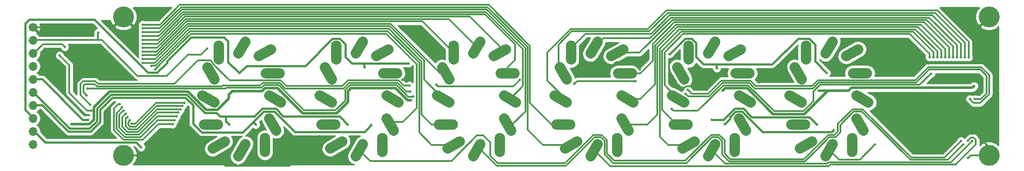
<source format=gbr>
G04 #@! TF.FileFunction,Copper,L2,Bot,Signal*
%FSLAX46Y46*%
G04 Gerber Fmt 4.6, Leading zero omitted, Abs format (unit mm)*
G04 Created by KiCad (PCBNEW 4.0.2-stable) date 13/08/2017 21:16:23*
%MOMM*%
G01*
G04 APERTURE LIST*
%ADD10C,0.100000*%
%ADD11C,2.000000*%
%ADD12O,4.700000X2.000000*%
%ADD13O,2.000000X4.700000*%
%ADD14C,4.064000*%
%ADD15C,1.700000*%
%ADD16O,1.700000X1.700000*%
%ADD17C,0.508000*%
%ADD18C,0.304800*%
%ADD19C,0.508000*%
%ADD20C,0.355600*%
%ADD21C,0.406400*%
%ADD22C,0.254000*%
G04 APERTURE END LIST*
D10*
D11*
X105735000Y-69669134D02*
X104385000Y-67330866D01*
X93390866Y-73175000D02*
X95729134Y-71825000D01*
D12*
X93060000Y-68500000D03*
D11*
X93729134Y-64175000D02*
X91390866Y-62825000D01*
X93735000Y-59669134D02*
X92385000Y-57330866D01*
D13*
X94560000Y-54500000D03*
D11*
X98385000Y-54669134D02*
X99735000Y-52330866D01*
X102390866Y-55175000D02*
X104729134Y-53825000D01*
D12*
X105060000Y-58500000D03*
D11*
X106729134Y-64175000D02*
X104390866Y-62825000D01*
D13*
X103560000Y-72500000D03*
D11*
X98385000Y-74669134D02*
X99735000Y-72330866D01*
X151455000Y-69669134D02*
X150105000Y-67330866D01*
X139110866Y-73175000D02*
X141449134Y-71825000D01*
D12*
X138780000Y-68500000D03*
D11*
X139449134Y-64175000D02*
X137110866Y-62825000D01*
X139455000Y-59669134D02*
X138105000Y-57330866D01*
D13*
X140280000Y-54500000D03*
D11*
X144105000Y-54669134D02*
X145455000Y-52330866D01*
X148110866Y-55175000D02*
X150449134Y-53825000D01*
D12*
X150780000Y-58500000D03*
D11*
X152449134Y-64175000D02*
X150110866Y-62825000D01*
D13*
X149280000Y-72500000D03*
D11*
X144105000Y-74669134D02*
X145455000Y-72330866D01*
X174315000Y-69669134D02*
X172965000Y-67330866D01*
X161970866Y-73175000D02*
X164309134Y-71825000D01*
D12*
X161640000Y-68500000D03*
D11*
X162309134Y-64175000D02*
X159970866Y-62825000D01*
X162315000Y-59669134D02*
X160965000Y-57330866D01*
D13*
X163140000Y-54500000D03*
D11*
X166965000Y-54669134D02*
X168315000Y-52330866D01*
X170970866Y-55175000D02*
X173309134Y-53825000D01*
D12*
X173640000Y-58500000D03*
D11*
X175309134Y-64175000D02*
X172970866Y-62825000D01*
D13*
X172140000Y-72500000D03*
D11*
X166965000Y-74669134D02*
X168315000Y-72330866D01*
X197175000Y-69669134D02*
X195825000Y-67330866D01*
X184830866Y-73175000D02*
X187169134Y-71825000D01*
D12*
X184500000Y-68500000D03*
D11*
X185169134Y-64175000D02*
X182830866Y-62825000D01*
X185175000Y-59669134D02*
X183825000Y-57330866D01*
D13*
X186000000Y-54500000D03*
D11*
X189825000Y-54669134D02*
X191175000Y-52330866D01*
X193830866Y-55175000D02*
X196169134Y-53825000D01*
D12*
X196500000Y-58500000D03*
D11*
X198169134Y-64175000D02*
X195830866Y-62825000D01*
D13*
X195000000Y-72500000D03*
D11*
X189825000Y-74669134D02*
X191175000Y-72330866D01*
X220035000Y-69669134D02*
X218685000Y-67330866D01*
X207690866Y-73175000D02*
X210029134Y-71825000D01*
D12*
X207360000Y-68500000D03*
D11*
X208029134Y-64175000D02*
X205690866Y-62825000D01*
X208035000Y-59669134D02*
X206685000Y-57330866D01*
D13*
X208860000Y-54500000D03*
D11*
X212685000Y-54669134D02*
X214035000Y-52330866D01*
X216690866Y-55175000D02*
X219029134Y-53825000D01*
D12*
X219360000Y-58500000D03*
D11*
X221029134Y-64175000D02*
X218690866Y-62825000D01*
D13*
X217860000Y-72500000D03*
D11*
X212685000Y-74669134D02*
X214035000Y-72330866D01*
X128595000Y-69669134D02*
X127245000Y-67330866D01*
X116250866Y-73175000D02*
X118589134Y-71825000D01*
D12*
X115920000Y-68500000D03*
D11*
X116589134Y-64175000D02*
X114250866Y-62825000D01*
X116595000Y-59669134D02*
X115245000Y-57330866D01*
D13*
X117420000Y-54500000D03*
D11*
X121245000Y-54669134D02*
X122595000Y-52330866D01*
X125250866Y-55175000D02*
X127589134Y-53825000D01*
D12*
X127920000Y-58500000D03*
D11*
X129589134Y-64175000D02*
X127250866Y-62825000D01*
D13*
X126420000Y-72500000D03*
D11*
X121245000Y-74669134D02*
X122595000Y-72330866D01*
D14*
X244500000Y-47500000D03*
X244500000Y-74500000D03*
X76000000Y-47500000D03*
X76000000Y-74500000D03*
D15*
X58420000Y-49530000D03*
D16*
X58420000Y-52070000D03*
X58420000Y-54610000D03*
X58420000Y-57150000D03*
X58420000Y-59690000D03*
X58420000Y-62230000D03*
X58420000Y-64770000D03*
X58420000Y-67310000D03*
X58420000Y-69850000D03*
X58420000Y-72390000D03*
D17*
X63609220Y-55036720D03*
X192625980Y-61889640D03*
X131978400Y-63809880D03*
X119753380Y-62316360D03*
X211353400Y-61925200D03*
X241574320Y-60990480D03*
X65859660Y-68435220D03*
X97215960Y-61981080D03*
X66781680Y-49748440D03*
X62417960Y-53980080D03*
X60154820Y-58338720D03*
X240385600Y-75057000D03*
X62646560Y-69230240D03*
X64434720Y-70449440D03*
X237241080Y-64571880D03*
X232714800Y-56591200D03*
X219570300Y-56502300D03*
X205943200Y-60167520D03*
X199745600Y-60309760D03*
X193222880Y-58928000D03*
X182615840Y-59984640D03*
X176517300Y-57759600D03*
X166364920Y-56509920D03*
X134035800Y-51625500D03*
X136131300Y-53873400D03*
X132161280Y-59740800D03*
X130347720Y-59801760D03*
X114134900Y-70772020D03*
X242691920Y-71114920D03*
X71130160Y-50566320D03*
X92308680Y-53690520D03*
X64592200Y-53390800D03*
X241726720Y-63560960D03*
X185455560Y-62529720D03*
X131810760Y-62087760D03*
X68884800Y-62865000D03*
X69532500Y-64640460D03*
X131663440Y-60888880D03*
X136916160Y-60761880D03*
X153184860Y-59768740D03*
X163758880Y-60573920D03*
X175679100Y-60007500D03*
X185874660Y-61744860D03*
X240761520Y-63520320D03*
X69067680Y-67543680D03*
X96641920Y-68511420D03*
X211028280Y-68526660D03*
X190484760Y-67594480D03*
X119679720Y-68503800D03*
X101795580Y-68524120D03*
X214228680Y-69616320D03*
X193042540Y-68419980D03*
X124251720Y-68610480D03*
X98572320Y-58475880D03*
X122941080Y-57322720D03*
X191521080Y-57528460D03*
X212872320Y-58420000D03*
X182311040Y-54762400D03*
X131536440Y-56570880D03*
X79438500Y-72923400D03*
X85598000Y-68453000D03*
X75311000Y-64516000D03*
X85979000Y-67691000D03*
X75692000Y-65151000D03*
X86360000Y-66929000D03*
X76073000Y-65786000D03*
X86741000Y-66167000D03*
X76454000Y-66421000D03*
X87122000Y-65532000D03*
X76835000Y-67056000D03*
X77216000Y-67691000D03*
X87503000Y-64897000D03*
X87884000Y-64262000D03*
X77597000Y-68326000D03*
X82202020Y-57759600D03*
X79750000Y-50500000D03*
X81473040Y-57109360D03*
X79750000Y-56500000D03*
X79750000Y-55750000D03*
X79750000Y-55000000D03*
X79750000Y-54250000D03*
X79750000Y-53500000D03*
X79750000Y-52750000D03*
X79750000Y-52000000D03*
X79750000Y-51250000D03*
X235204000Y-55372000D03*
X79750000Y-49750000D03*
X79750000Y-49000000D03*
X240538000Y-55372000D03*
X239776000Y-55372000D03*
X239014000Y-55372000D03*
X238252000Y-55372000D03*
X237490000Y-55372000D03*
X236728000Y-55372000D03*
X235966000Y-55372000D03*
X234442000Y-55372000D03*
X233680000Y-55372000D03*
X232918000Y-55372000D03*
X69027040Y-61493400D03*
X132389880Y-63037720D03*
X182758080Y-65430400D03*
X233184700Y-58590180D03*
X239001300Y-71724520D03*
X239471200Y-72420480D03*
X240418620Y-71610220D03*
X241241580Y-71734680D03*
X222300800Y-72415400D03*
D18*
X65491360Y-57137300D02*
X65491360Y-56918860D01*
X65491360Y-57137300D02*
X65491360Y-62334140D01*
X65491360Y-62334140D02*
X68955920Y-65798700D01*
X70261480Y-65798700D02*
X68955920Y-65798700D01*
X65491360Y-56918860D02*
X63609220Y-55036720D01*
D19*
X96520000Y-62677040D02*
X96520000Y-63461900D01*
X97215960Y-61981080D02*
X96520000Y-62677040D01*
X69387720Y-68435220D02*
X65859660Y-68435220D01*
X70261480Y-67561460D02*
X69387720Y-68435220D01*
X70261480Y-65140840D02*
X70261480Y-65798700D01*
X70261480Y-65798700D02*
X70261480Y-67561460D01*
X73342498Y-62059822D02*
X70261480Y-65140840D01*
X88577422Y-62059822D02*
X73342498Y-62059822D01*
X92141040Y-65623440D02*
X88577422Y-62059822D01*
X94358460Y-65623440D02*
X92141040Y-65623440D01*
X96520000Y-63461900D02*
X94358460Y-65623440D01*
X193098420Y-61417200D02*
X197418960Y-61417200D01*
X192625980Y-61889640D02*
X193098420Y-61417200D01*
X213238080Y-61904880D02*
X213238080Y-61925200D01*
X213131400Y-61904880D02*
X213238080Y-61904880D01*
X208567022Y-66469258D02*
X213131400Y-61904880D01*
X202471018Y-66469258D02*
X208567022Y-66469258D01*
X197418960Y-61417200D02*
X202471018Y-66469258D01*
X120362980Y-61379100D02*
X128938020Y-61379100D01*
X119753380Y-61988700D02*
X120362980Y-61379100D01*
X119753380Y-62316360D02*
X119753380Y-61988700D01*
X131368800Y-63809880D02*
X131978400Y-63809880D01*
X128938020Y-61379100D02*
X131368800Y-63809880D01*
X103591360Y-61386720D02*
X105996740Y-61386720D01*
X102997000Y-61981080D02*
X103591360Y-61386720D01*
X97215960Y-61981080D02*
X102997000Y-61981080D01*
X119753380Y-64071500D02*
X119753380Y-62316360D01*
X117530882Y-66293998D02*
X119753380Y-64071500D01*
X110904018Y-66293998D02*
X117530882Y-66293998D01*
X105996740Y-61386720D02*
X110904018Y-66293998D01*
X211353400Y-61925200D02*
X213238080Y-61925200D01*
X213238080Y-61925200D02*
X217134440Y-61925200D01*
X217134440Y-61925200D02*
X217733880Y-61325760D01*
X217733880Y-61325760D02*
X241239040Y-61325760D01*
X241239040Y-61325760D02*
X241574320Y-60990480D01*
D18*
X66563240Y-49530000D02*
X58420000Y-49530000D01*
X66781680Y-49748440D02*
X66563240Y-49530000D01*
X62417960Y-53980080D02*
X60154820Y-56243220D01*
X60154820Y-56243220D02*
X60154820Y-58338720D01*
X244500000Y-74500000D02*
X240942600Y-74500000D01*
X240942600Y-74500000D02*
X240385600Y-75057000D01*
D20*
X63215520Y-69230240D02*
X62646560Y-69230240D01*
X64434720Y-70449440D02*
X63215520Y-69230240D01*
D18*
X79500000Y-75500000D02*
X94806540Y-75500000D01*
X78500000Y-74500000D02*
X79500000Y-75500000D01*
X76000000Y-74500000D02*
X78500000Y-74500000D01*
X242691920Y-70022720D02*
X242691920Y-71114920D01*
X237241080Y-64571880D02*
X242691920Y-70022720D01*
X219659200Y-56591200D02*
X232714800Y-56591200D01*
X219570300Y-56502300D02*
X219659200Y-56591200D01*
X199887840Y-60167520D02*
X205943200Y-60167520D01*
X199745600Y-60309760D02*
X199887840Y-60167520D01*
X191739520Y-58928000D02*
X193222880Y-58928000D01*
X189562740Y-61104780D02*
X191739520Y-58928000D01*
X185508900Y-61104780D02*
X189562740Y-61104780D01*
X185287920Y-61325760D02*
X185508900Y-61104780D01*
X184261760Y-61325760D02*
X185287920Y-61325760D01*
X183977280Y-61041280D02*
X184261760Y-61325760D01*
X183672480Y-61041280D02*
X183977280Y-61041280D01*
X182615840Y-59984640D02*
X183672480Y-61041280D01*
X175056800Y-56299100D02*
X176517300Y-57759600D01*
X171942760Y-56299100D02*
X175056800Y-56299100D01*
X170992800Y-57249060D02*
X171942760Y-56299100D01*
X167104060Y-57249060D02*
X170992800Y-57249060D01*
X166364920Y-56509920D02*
X167104060Y-57249060D01*
X134035800Y-51777900D02*
X134035800Y-51625500D01*
X136131300Y-53873400D02*
X134035800Y-51777900D01*
X130408680Y-59740800D02*
X132161280Y-59740800D01*
X130347720Y-59801760D02*
X130408680Y-59740800D01*
X108351320Y-76555600D02*
X114134900Y-70772020D01*
X95862140Y-76555600D02*
X108351320Y-76555600D01*
X94806540Y-75500000D02*
X95862140Y-76555600D01*
X242691920Y-71114920D02*
X244500000Y-72923000D01*
X244500000Y-72923000D02*
X244500000Y-74500000D01*
X71023480Y-50673000D02*
X71023480Y-52040000D01*
X71130160Y-50566320D02*
X71023480Y-50673000D01*
X71481160Y-52040000D02*
X71781276Y-52040000D01*
X71781276Y-52040000D02*
X71023480Y-52040000D01*
X71023480Y-52040000D02*
X58373000Y-52040000D01*
X78773416Y-59032140D02*
X71781276Y-52040000D01*
X84403804Y-59032140D02*
X78773416Y-59032140D01*
X88556704Y-54879240D02*
X84403804Y-59032140D01*
X91119960Y-54879240D02*
X88556704Y-54879240D01*
X92308680Y-53690520D02*
X91119960Y-54879240D01*
X58627000Y-54580000D02*
X60341980Y-52865020D01*
X64066420Y-52865020D02*
X60341980Y-52865020D01*
X64592200Y-53390800D02*
X64066420Y-52865020D01*
X242884960Y-63560960D02*
X241726720Y-63560960D01*
X244043200Y-62402720D02*
X242884960Y-63560960D01*
X244043200Y-59029600D02*
X244043200Y-62402720D01*
X242803680Y-57790080D02*
X244043200Y-59029600D01*
X232846880Y-57790080D02*
X242803680Y-57790080D01*
X230327204Y-60309756D02*
X232846880Y-57790080D01*
X211367222Y-60309756D02*
X230327204Y-60309756D01*
X210229298Y-61447680D02*
X211367222Y-60309756D01*
X198886288Y-61447680D02*
X210229298Y-61447680D01*
X197839804Y-60401196D02*
X198886288Y-61447680D01*
X192591542Y-60401196D02*
X197839804Y-60401196D01*
X189990578Y-63002160D02*
X192591542Y-60401196D01*
X185928000Y-63002160D02*
X189990578Y-63002160D01*
X185455560Y-62529720D02*
X185928000Y-63002160D01*
X131109720Y-62087760D02*
X131810760Y-62087760D01*
X129385056Y-60363096D02*
X131109720Y-62087760D01*
X119942136Y-60363096D02*
X129385056Y-60363096D01*
X118857552Y-61447680D02*
X119942136Y-60363096D01*
X107494548Y-61447680D02*
X118857552Y-61447680D01*
X106417584Y-60370716D02*
X107494548Y-61447680D01*
X103169724Y-60370716D02*
X106417584Y-60370716D01*
X102656642Y-60883798D02*
X103169724Y-60370716D01*
X95343980Y-60883798D02*
X102656642Y-60883798D01*
X95183960Y-61043818D02*
X95343980Y-60883798D01*
X70850760Y-61043818D02*
X95183960Y-61043818D01*
X70416422Y-60609480D02*
X70850760Y-61043818D01*
X68519040Y-60609480D02*
X70416422Y-60609480D01*
X68214240Y-60914280D02*
X68519040Y-60609480D01*
X68214240Y-62194440D02*
X68214240Y-60914280D01*
X68884800Y-62865000D02*
X68214240Y-62194440D01*
X229659186Y-59852554D02*
X230137824Y-59852554D01*
X69532500Y-64640460D02*
X67688460Y-62796420D01*
X67688460Y-62796420D02*
X67688460Y-60571380D01*
X67688460Y-60571380D02*
X68193920Y-60065920D01*
X68193920Y-60065920D02*
X70556120Y-60065920D01*
X70556120Y-60065920D02*
X71076816Y-60586616D01*
X71076816Y-60586616D02*
X85930744Y-60586616D01*
X85930744Y-60586616D02*
X90548460Y-55968900D01*
X90548460Y-55968900D02*
X92933520Y-55968900D01*
X92933520Y-55968900D02*
X93284040Y-56319420D01*
X93284040Y-56319420D02*
X93284040Y-56365140D01*
X93284040Y-56365140D02*
X93398340Y-56479440D01*
X93398340Y-56479440D02*
X93398340Y-56497220D01*
X93398340Y-56497220D02*
X93444060Y-56542940D01*
X93444060Y-56542940D02*
X93444060Y-56558180D01*
X93444060Y-56558180D02*
X93459300Y-56573420D01*
X93459300Y-56573420D02*
X93459300Y-56588660D01*
X93459300Y-56588660D02*
X93477080Y-56606440D01*
X93477080Y-56606440D02*
X93477080Y-56616600D01*
X93477080Y-56616600D02*
X93545660Y-56685180D01*
X93545660Y-56685180D02*
X93571060Y-56710580D01*
X93571060Y-56710580D02*
X93606620Y-56746140D01*
X93606620Y-56746140D02*
X93606620Y-56827420D01*
X93606620Y-56827420D02*
X96692714Y-59913514D01*
X96692714Y-59913514D02*
X106606964Y-59913514D01*
X106606964Y-59913514D02*
X107683928Y-60990478D01*
X107683928Y-60990478D02*
X118668172Y-60990478D01*
X118668172Y-60990478D02*
X119752756Y-59905894D01*
X119752756Y-59905894D02*
X129574436Y-59905894D01*
X129574436Y-59905894D02*
X130557422Y-60888880D01*
X130557422Y-60888880D02*
X131663440Y-60888880D01*
X136916160Y-60761880D02*
X137190480Y-61036200D01*
X137190480Y-61036200D02*
X151917400Y-61036200D01*
X151917400Y-61036200D02*
X153184860Y-59768740D01*
X163758880Y-60573920D02*
X164325300Y-60007500D01*
X164325300Y-60007500D02*
X175679100Y-60007500D01*
X185874660Y-61744860D02*
X186674758Y-62544958D01*
X186674758Y-62544958D02*
X189801198Y-62544958D01*
X189801198Y-62544958D02*
X192402162Y-59943994D01*
X192402162Y-59943994D02*
X198029184Y-59943994D01*
X198029184Y-59943994D02*
X199075668Y-60990478D01*
X199075668Y-60990478D02*
X210039918Y-60990478D01*
X210039918Y-60990478D02*
X211177842Y-59852554D01*
X211177842Y-59852554D02*
X229659186Y-59852554D01*
X240761520Y-63611760D02*
X240761520Y-63520320D01*
X241462560Y-64312800D02*
X240761520Y-63611760D01*
X242779702Y-64312800D02*
X241462560Y-64312800D01*
X244500402Y-62592100D02*
X242779702Y-64312800D01*
X244500402Y-58840220D02*
X244500402Y-62592100D01*
X242993060Y-57332878D02*
X244500402Y-58840220D01*
X232657500Y-57332878D02*
X242993060Y-57332878D01*
X230137824Y-59852554D02*
X232657500Y-57332878D01*
D21*
X58627000Y-59660000D02*
X60188320Y-59660000D01*
X68072000Y-67543680D02*
X69067680Y-67543680D01*
X60188320Y-59660000D02*
X68072000Y-67543680D01*
X58373000Y-62200000D02*
X58435720Y-62200000D01*
X58435720Y-62200000D02*
X65526920Y-69291200D01*
X65526920Y-69291200D02*
X66182240Y-69291200D01*
X95943420Y-66913760D02*
X94861380Y-66913760D01*
X69393848Y-69291200D02*
X66182240Y-69291200D01*
X70871082Y-67813966D02*
X69393848Y-69291200D01*
X70871082Y-65393346D02*
X70871082Y-67813966D01*
X73595004Y-62669424D02*
X70871082Y-65393346D01*
X88324916Y-62669424D02*
X73595004Y-62669424D01*
X91888534Y-66233042D02*
X88324916Y-62669424D01*
X94180662Y-66233042D02*
X91888534Y-66233042D01*
X94861380Y-66913760D02*
X94180662Y-66233042D01*
X95943420Y-67812920D02*
X95943420Y-66913760D01*
X96641920Y-68511420D02*
X95943420Y-67812920D01*
X209580480Y-67078860D02*
X211028280Y-68526660D01*
X198341306Y-67078860D02*
X209580480Y-67078860D01*
X196654744Y-65392298D02*
X198341306Y-67078860D01*
X194972616Y-65392298D02*
X196654744Y-65392298D01*
X192821234Y-67543680D02*
X194972616Y-65392298D01*
X190535560Y-67543680D02*
X192821234Y-67543680D01*
X190484760Y-67594480D02*
X190535560Y-67543680D01*
X95943420Y-66913760D02*
X101541580Y-66913760D01*
X101541580Y-66913760D02*
X103055422Y-65399918D01*
X103055422Y-65399918D02*
X105646544Y-65399918D01*
X105646544Y-65399918D02*
X107150226Y-66903600D01*
X107150226Y-66903600D02*
X118079520Y-66903600D01*
X118079520Y-66903600D02*
X119679720Y-68503800D01*
X66476880Y-69850002D02*
X65295456Y-69850002D01*
X90901520Y-69662040D02*
X89545743Y-68306263D01*
X89545743Y-68306263D02*
X89545743Y-64680517D01*
X89545743Y-64680517D02*
X88093452Y-63228226D01*
X88093452Y-63228226D02*
X73826468Y-63228226D01*
X73826468Y-63228226D02*
X71429884Y-65624810D01*
X71429884Y-65624810D02*
X71429884Y-68045430D01*
X71429884Y-68045430D02*
X69625312Y-69850002D01*
X69625312Y-69850002D02*
X66476880Y-69850002D01*
X101126290Y-68162170D02*
X99402900Y-69885560D01*
X99291140Y-69997320D02*
X99402900Y-69885560D01*
X91241880Y-69997320D02*
X99291140Y-69997320D01*
X90906600Y-69662040D02*
X91241880Y-69997320D01*
X90906600Y-69662040D02*
X90901520Y-69662040D01*
X60185454Y-64740000D02*
X58627000Y-64740000D01*
X65295456Y-69850002D02*
X60185454Y-64740000D01*
X101433630Y-68162170D02*
X101126290Y-68162170D01*
X101795580Y-68524120D02*
X101433630Y-68162170D01*
X213901020Y-69943980D02*
X214228680Y-69616320D01*
X200416160Y-69943980D02*
X213901020Y-69943980D01*
X196423280Y-65951100D02*
X200416160Y-69943980D01*
X195204080Y-65951100D02*
X196423280Y-65951100D01*
X194071240Y-67083940D02*
X195204080Y-65951100D01*
X194071240Y-67391280D02*
X194071240Y-67083940D01*
X193042540Y-68419980D02*
X194071240Y-67391280D01*
X104957880Y-65958720D02*
X105415080Y-65958720D01*
X101126290Y-68162170D02*
X103329740Y-65958720D01*
X103329740Y-65958720D02*
X104957880Y-65958720D01*
X123421140Y-69441060D02*
X124251720Y-68610480D01*
X122946160Y-69916040D02*
X123421140Y-69441060D01*
X109372400Y-69916040D02*
X122946160Y-69916040D01*
X105415080Y-65958720D02*
X109372400Y-69916040D01*
X68511420Y-48051720D02*
X70408800Y-48051720D01*
X98572320Y-58475880D02*
X96377760Y-56281320D01*
X96377760Y-52257960D02*
X96377760Y-56281320D01*
X95592900Y-51473100D02*
X96377760Y-52257960D01*
X91244420Y-51473100D02*
X95592900Y-51473100D01*
X57652920Y-48051720D02*
X68511420Y-48051720D01*
X56944260Y-48760380D02*
X57652920Y-48051720D01*
X56944260Y-65631060D02*
X56944260Y-48760380D01*
X56944260Y-65631060D02*
X58373000Y-67059800D01*
X89194244Y-51473100D02*
X91244420Y-51473100D01*
X84524652Y-56142692D02*
X89194244Y-51473100D01*
X84524652Y-56455508D02*
X84524652Y-56142692D01*
X82588100Y-58392060D02*
X84524652Y-56455508D01*
X80749140Y-58392060D02*
X82588100Y-58392060D01*
X70408800Y-48051720D02*
X80749140Y-58392060D01*
X58373000Y-67280000D02*
X58373000Y-67059800D01*
X102684580Y-57048400D02*
X99999800Y-57048400D01*
X122895360Y-56570880D02*
X120477280Y-56570880D01*
X119197120Y-55290720D02*
X120477280Y-56570880D01*
X119197120Y-52852320D02*
X119197120Y-55290720D01*
X118099840Y-51755040D02*
X119197120Y-52852320D01*
X116697760Y-51755040D02*
X118099840Y-51755040D01*
X111404400Y-57048400D02*
X116697760Y-51755040D01*
X102684580Y-57048400D02*
X111404400Y-57048400D01*
X99999800Y-57048400D02*
X98572320Y-58475880D01*
X122895360Y-57277000D02*
X122895360Y-56570880D01*
X122941080Y-57322720D02*
X122895360Y-57277000D01*
X191442340Y-57449720D02*
X191442340Y-56769000D01*
X191521080Y-57528460D02*
X191442340Y-57449720D01*
X210644740Y-56192420D02*
X212872320Y-58420000D01*
X210644740Y-52900580D02*
X210644740Y-56192420D01*
X209453480Y-51709320D02*
X210644740Y-52900580D01*
X207375760Y-51709320D02*
X209453480Y-51709320D01*
X202316080Y-56769000D02*
X207375760Y-51709320D01*
X188899800Y-56769000D02*
X191442340Y-56769000D01*
X191442340Y-56769000D02*
X202316080Y-56769000D01*
X187452000Y-55321200D02*
X188899800Y-56769000D01*
X187452000Y-52623720D02*
X187452000Y-55321200D01*
X186583320Y-51755040D02*
X187452000Y-52623720D01*
X185318400Y-51755040D02*
X186583320Y-51755040D01*
X182311040Y-54762400D02*
X185318400Y-51755040D01*
X122895360Y-56570880D02*
X131536440Y-56570880D01*
X60816002Y-72009002D02*
X58627000Y-69820000D01*
X78524102Y-72009002D02*
X60816002Y-72009002D01*
X79438500Y-72923400D02*
X78524102Y-72009002D01*
D18*
X75057000Y-64516000D02*
X74168000Y-65405000D01*
X74168000Y-65405000D02*
X74168000Y-69596000D01*
X74168000Y-69596000D02*
X76073000Y-71501000D01*
X76073000Y-71501000D02*
X79756000Y-71501000D01*
X79756000Y-71501000D02*
X82804000Y-68453000D01*
X82804000Y-68453000D02*
X85598000Y-68453000D01*
X75311000Y-64516000D02*
X75057000Y-64516000D01*
X75692000Y-65278000D02*
X74676000Y-66294000D01*
X74676000Y-66294000D02*
X74676000Y-69342000D01*
X74676000Y-69342000D02*
X76327000Y-70993000D01*
X76327000Y-70993000D02*
X79375000Y-70993000D01*
X79375000Y-70993000D02*
X82677000Y-67691000D01*
X82677000Y-67691000D02*
X85979000Y-67691000D01*
X75692000Y-65151000D02*
X75692000Y-65278000D01*
X75946000Y-65786000D02*
X75184000Y-66548000D01*
X75184000Y-66548000D02*
X75184000Y-69088000D01*
X75184000Y-69088000D02*
X76581000Y-70485000D01*
X76581000Y-70485000D02*
X79121000Y-70485000D01*
X79121000Y-70485000D02*
X82677000Y-66929000D01*
X82677000Y-66929000D02*
X86360000Y-66929000D01*
X76073000Y-65786000D02*
X75946000Y-65786000D01*
X92560000Y-63500000D02*
X92560000Y-63572426D01*
X75819000Y-67056000D02*
X75819000Y-68961000D01*
X75819000Y-68961000D02*
X76835000Y-69977000D01*
X76835000Y-69977000D02*
X78867000Y-69977000D01*
X78867000Y-69977000D02*
X82677000Y-66167000D01*
X82677000Y-66167000D02*
X86741000Y-66167000D01*
X76454000Y-66421000D02*
X75819000Y-67056000D01*
X76708000Y-67056000D02*
X76454000Y-67310000D01*
X76454000Y-67310000D02*
X76454000Y-68834000D01*
X76454000Y-68834000D02*
X77038202Y-69418202D01*
X77038202Y-69418202D02*
X78663798Y-69418202D01*
X78663798Y-69418202D02*
X82550000Y-65532000D01*
X82550000Y-65532000D02*
X87122000Y-65532000D01*
X76835000Y-67056000D02*
X76708000Y-67056000D01*
X77216000Y-67691000D02*
X77216000Y-67818000D01*
X82434582Y-64897000D02*
X87503000Y-64897000D01*
X78370582Y-68961000D02*
X82434582Y-64897000D01*
X77343000Y-68961000D02*
X78370582Y-68961000D01*
X76962000Y-68580000D02*
X77343000Y-68961000D01*
X76962000Y-68072000D02*
X76962000Y-68580000D01*
X77216000Y-67818000D02*
X76962000Y-68072000D01*
X78359000Y-68326000D02*
X82423000Y-64262000D01*
X82423000Y-64262000D02*
X87884000Y-64262000D01*
X77597000Y-68326000D02*
X78359000Y-68326000D01*
X89154000Y-50794920D02*
X87241380Y-52707540D01*
X89154000Y-50794920D02*
X127185420Y-50794920D01*
X127185420Y-50794920D02*
X133134100Y-56743600D01*
X133134100Y-56743600D02*
X133134100Y-65267840D01*
X133134100Y-65267840D02*
X130403600Y-67998340D01*
X127466980Y-67998340D02*
X130403600Y-67998340D01*
X83268820Y-56692800D02*
X82202020Y-57759600D01*
X83268820Y-56680100D02*
X83268820Y-56692800D01*
X87241380Y-52707540D02*
X83268820Y-56680100D01*
X150780000Y-68500000D02*
X151687520Y-68500000D01*
X151687520Y-68500000D02*
X154244042Y-65943478D01*
X154244042Y-65943478D02*
X154244042Y-53586078D01*
X154244042Y-53586078D02*
X146758954Y-46100990D01*
X146758954Y-46100990D02*
X87382110Y-46100990D01*
X87382110Y-46100990D02*
X82983100Y-50500000D01*
X82983100Y-50500000D02*
X79750000Y-50500000D01*
X88995098Y-50307240D02*
X127451002Y-50307240D01*
X127451002Y-50307240D02*
X133591302Y-56447540D01*
X133591302Y-56447540D02*
X133591302Y-70078602D01*
X133591302Y-70078602D02*
X136012700Y-72500000D01*
X140280000Y-72500000D02*
X136012700Y-72500000D01*
X82292038Y-57010300D02*
X88995098Y-50307240D01*
X81572100Y-57010300D02*
X82292038Y-57010300D01*
X81473040Y-57109360D02*
X81572100Y-57010300D01*
X138780000Y-68500000D02*
X135964944Y-68500000D01*
X82155756Y-56500000D02*
X79750000Y-56500000D01*
X88831116Y-49824640D02*
X82155756Y-56500000D01*
X127675944Y-49824640D02*
X88831116Y-49824640D01*
X134048504Y-56197200D02*
X127675944Y-49824640D01*
X134048504Y-66583560D02*
X134048504Y-56197200D01*
X135964944Y-68500000D02*
X134048504Y-66583560D01*
X82259174Y-55750000D02*
X88677294Y-49331880D01*
X88677294Y-49331880D02*
X127860246Y-49331880D01*
X127860246Y-49331880D02*
X134505706Y-55977340D01*
X134505706Y-55977340D02*
X134505706Y-59725706D01*
X134505706Y-59725706D02*
X138280000Y-63500000D01*
X79750000Y-55750000D02*
X82259174Y-55750000D01*
X137705428Y-58500000D02*
X128064868Y-48859440D01*
X128064868Y-48859440D02*
X88503152Y-48859440D01*
X88503152Y-48859440D02*
X82362592Y-55000000D01*
X82362592Y-55000000D02*
X79750000Y-55000000D01*
X138780000Y-58500000D02*
X137705428Y-58500000D01*
X82466010Y-54250000D02*
X88329010Y-48387000D01*
X88329010Y-48387000D02*
X134167000Y-48387000D01*
X140280000Y-54500000D02*
X134167000Y-48387000D01*
X79750000Y-54250000D02*
X82466010Y-54250000D01*
X82569428Y-53500000D02*
X79750000Y-53500000D01*
X88139630Y-47929798D02*
X82569428Y-53500000D01*
X139385038Y-47929798D02*
X88139630Y-47929798D01*
X139385038Y-47929798D02*
X144780000Y-53324760D01*
X144780000Y-53500000D02*
X144780000Y-53324760D01*
X82672846Y-52750000D02*
X87950250Y-47472596D01*
X87950250Y-47472596D02*
X143443956Y-47472596D01*
X143443956Y-47472596D02*
X149280000Y-53308640D01*
X149280000Y-54500000D02*
X149280000Y-53308640D01*
X79750000Y-52750000D02*
X82672846Y-52750000D01*
X150780000Y-57378080D02*
X152257760Y-55900320D01*
X152257760Y-55900320D02*
X152257760Y-52892960D01*
X152257760Y-52892960D02*
X146380194Y-47015394D01*
X146380194Y-47015394D02*
X87760870Y-47015394D01*
X87760870Y-47015394D02*
X82776264Y-52000000D01*
X82776264Y-52000000D02*
X79750000Y-52000000D01*
X150780000Y-57378080D02*
X150780000Y-58500000D01*
X82879682Y-51250000D02*
X87571490Y-46558192D01*
X87571490Y-46558192D02*
X146569574Y-46558192D01*
X146569574Y-46558192D02*
X153786840Y-53775458D01*
X153786840Y-53775458D02*
X153786840Y-60993160D01*
X151280000Y-63500000D02*
X153786840Y-60993160D01*
X79750000Y-51250000D02*
X82879682Y-51250000D01*
X229389934Y-49484274D02*
X230659934Y-49484274D01*
X229389934Y-49484274D02*
X183824886Y-49484274D01*
X183824886Y-49484274D02*
X179958994Y-53350166D01*
X179958994Y-53350166D02*
X179958994Y-66548006D01*
X179958994Y-66548006D02*
X178007000Y-68500000D01*
X173640000Y-68500000D02*
X178007000Y-68500000D01*
X235204000Y-55372000D02*
X235204000Y-54028340D01*
X230659934Y-49484274D02*
X235204000Y-54028340D01*
X83086518Y-49750000D02*
X87192730Y-45643788D01*
X87192730Y-45643788D02*
X146948334Y-45643788D01*
X146948334Y-45643788D02*
X154701244Y-53396698D01*
X154701244Y-53396698D02*
X154701244Y-69499484D01*
X154701244Y-69499484D02*
X157701760Y-72500000D01*
X163140000Y-72500000D02*
X157701760Y-72500000D01*
X79750000Y-49750000D02*
X83086518Y-49750000D01*
X83189936Y-49000000D02*
X79750000Y-49000000D01*
X87003350Y-45186586D02*
X83189936Y-49000000D01*
X147137714Y-45186586D02*
X87003350Y-45186586D01*
X155158446Y-53207318D02*
X147137714Y-45186586D01*
X155158446Y-64307726D02*
X155158446Y-53207318D01*
X155158446Y-64307726D02*
X159350720Y-68500000D01*
X161640000Y-68500000D02*
X159350720Y-68500000D01*
X233151680Y-46268640D02*
X234421680Y-46268640D01*
X240538000Y-52384960D02*
X240538000Y-55372000D01*
X181676040Y-46268640D02*
X233151680Y-46268640D01*
X178064164Y-49880516D02*
X181676040Y-46268640D01*
X163074202Y-49880516D02*
X178064164Y-49880516D01*
X158531560Y-54423158D02*
X163074202Y-49880516D01*
X158531560Y-59931300D02*
X158531560Y-54423158D01*
X158531560Y-59931300D02*
X161140000Y-62539740D01*
X234421680Y-46268640D02*
X240538000Y-52384960D01*
X161140000Y-63500000D02*
X161140000Y-62539740D01*
X232763042Y-46741062D02*
X234033042Y-46741062D01*
X232763042Y-46741062D02*
X181942758Y-46741062D01*
X181942758Y-46741062D02*
X178346102Y-50337718D01*
X178346102Y-50337718D02*
X163263582Y-50337718D01*
X163263582Y-50337718D02*
X160682940Y-52918360D01*
X160682940Y-57542940D02*
X160682940Y-52918360D01*
X239776000Y-55372000D02*
X239776000Y-52484020D01*
X234033042Y-46741062D02*
X239776000Y-52484020D01*
X160682940Y-57542940D02*
X161640000Y-58500000D01*
X232181384Y-47198264D02*
X233451384Y-47198264D01*
X232181384Y-47198264D02*
X231768786Y-47198264D01*
X163140000Y-53618520D02*
X165963600Y-50794920D01*
X165963600Y-50794920D02*
X178734720Y-50794920D01*
X178734720Y-50794920D02*
X182331376Y-47198264D01*
X182331376Y-47198264D02*
X231768786Y-47198264D01*
X239014000Y-53173478D02*
X239014000Y-55372000D01*
X239014000Y-53173478D02*
X239014000Y-52760880D01*
X233451384Y-47198264D02*
X239014000Y-52760880D01*
X163140000Y-54500000D02*
X163140000Y-53618520D01*
X231579406Y-47655466D02*
X232849406Y-47655466D01*
X231579406Y-47655466D02*
X182529494Y-47655466D01*
X182529494Y-47655466D02*
X178490880Y-51694080D01*
X178490880Y-51694080D02*
X169445920Y-51694080D01*
X167640000Y-53500000D02*
X169445920Y-51694080D01*
X238252000Y-55372000D02*
X238252000Y-53058060D01*
X232849406Y-47655466D02*
X238252000Y-53058060D01*
X232166148Y-48112668D02*
X232303308Y-48112668D01*
X172140000Y-54500000D02*
X176492680Y-54500000D01*
X182880012Y-48112668D02*
X231038388Y-48112668D01*
X176492680Y-54500000D02*
X182880012Y-48112668D01*
X231038388Y-48112668D02*
X232166148Y-48112668D01*
X232303308Y-48112668D02*
X237490000Y-53299360D01*
X237490000Y-53294280D02*
X237490000Y-53299360D01*
X237490000Y-53299360D02*
X237490000Y-53436520D01*
X237490000Y-53436520D02*
X237490000Y-55372000D01*
X230581190Y-48569870D02*
X231851190Y-48569870D01*
X230581190Y-48569870D02*
X183222910Y-48569870D01*
X183222910Y-48569870D02*
X179044590Y-52748190D01*
X179044590Y-52748190D02*
X179044590Y-56057810D01*
X179044590Y-56057810D02*
X176602400Y-58500000D01*
X173640000Y-58500000D02*
X176602400Y-58500000D01*
X236728000Y-55372000D02*
X236728000Y-53446680D01*
X231851190Y-48569870D02*
X236728000Y-53446680D01*
X229941112Y-49027072D02*
X231211112Y-49027072D01*
X235966000Y-53781960D02*
X235966000Y-54143758D01*
X235966000Y-54143758D02*
X235966000Y-55372000D01*
X229941112Y-49027072D02*
X229544880Y-49027072D01*
X231211112Y-49027072D02*
X235966000Y-53781960D01*
X174140000Y-63500000D02*
X176616352Y-63500000D01*
X183575968Y-49027072D02*
X229544880Y-49027072D01*
X229544880Y-49027072D02*
X229579314Y-49027072D01*
X179501792Y-53101248D02*
X183575968Y-49027072D01*
X179501792Y-60614560D02*
X179501792Y-53101248D01*
X176616352Y-63500000D02*
X179501792Y-60614560D01*
X228899716Y-49941476D02*
X230169716Y-49941476D01*
X228899716Y-49941476D02*
X184134764Y-49941476D01*
X184134764Y-49941476D02*
X180416196Y-53660044D01*
X180416196Y-53660044D02*
X180416196Y-70891396D01*
X180416196Y-70891396D02*
X182024800Y-72500000D01*
X186000000Y-72500000D02*
X182024800Y-72500000D01*
X234442000Y-55372000D02*
X234442000Y-54213760D01*
X230169716Y-49941476D02*
X234442000Y-54213760D01*
X228401878Y-50398678D02*
X229671878Y-50398678D01*
X233680000Y-54406800D02*
X233680000Y-55372000D01*
X184614822Y-50398678D02*
X228401878Y-50398678D01*
X180873398Y-54140102D02*
X184614822Y-50398678D01*
X180873398Y-65638678D02*
X180873398Y-54140102D01*
X180873398Y-65638678D02*
X183734720Y-68500000D01*
X229671878Y-50398678D02*
X233680000Y-54406800D01*
X184500000Y-68500000D02*
X183734720Y-68500000D01*
X227792280Y-50855880D02*
X229062280Y-50855880D01*
X227792280Y-50855880D02*
X184912000Y-50855880D01*
X184912000Y-50855880D02*
X181330600Y-54437280D01*
X181330600Y-54437280D02*
X181330600Y-60830600D01*
X184000000Y-63500000D02*
X181330600Y-60830600D01*
X232918000Y-55372000D02*
X232918000Y-54711600D01*
X229062280Y-50855880D02*
X232918000Y-54711600D01*
X69027040Y-61493400D02*
X69034660Y-61501020D01*
X69034660Y-61501020D02*
X95918020Y-61501020D01*
X95918020Y-61501020D02*
X96078040Y-61341000D01*
X96078040Y-61341000D02*
X102846814Y-61341000D01*
X102846814Y-61341000D02*
X103359896Y-60827918D01*
X103359896Y-60827918D02*
X106228204Y-60827918D01*
X106228204Y-60827918D02*
X111135482Y-65735196D01*
X111135482Y-65735196D02*
X117299418Y-65735196D01*
X117299418Y-65735196D02*
X119194578Y-63840036D01*
X119194578Y-63840036D02*
X119194578Y-61757236D01*
X119194578Y-61757236D02*
X120131516Y-60820298D01*
X120131516Y-60820298D02*
X129169484Y-60820298D01*
X129169484Y-60820298D02*
X131427546Y-63078360D01*
X131427546Y-63078360D02*
X132349240Y-63078360D01*
X132349240Y-63078360D02*
X132389880Y-63037720D01*
X182758080Y-65430400D02*
X183164480Y-65836800D01*
X183164480Y-65836800D02*
X187802520Y-65836800D01*
X187802520Y-65836800D02*
X192780922Y-60858398D01*
X192780922Y-60858398D02*
X197650424Y-60858398D01*
X197650424Y-60858398D02*
X202702482Y-65910456D01*
X202702482Y-65910456D02*
X208335558Y-65910456D01*
X208335558Y-65910456D02*
X210281520Y-63964494D01*
X210281520Y-63964494D02*
X210281520Y-62042040D01*
X210281520Y-62042040D02*
X211556602Y-60766958D01*
X211556602Y-60766958D02*
X231007922Y-60766958D01*
X231007922Y-60766958D02*
X233184700Y-58590180D01*
X213222840Y-70515480D02*
X211340700Y-72397620D01*
X239001300Y-71724520D02*
X235772962Y-74952858D01*
X235772962Y-74952858D02*
X229353260Y-74952858D01*
X229353260Y-74952858D02*
X219927320Y-65526918D01*
X219927320Y-65526918D02*
X217930580Y-65526918D01*
X217930580Y-65526918D02*
X215082120Y-68375378D01*
X215082120Y-68375378D02*
X215082120Y-69837298D01*
X215082120Y-69837298D02*
X214403938Y-70515480D01*
X214403938Y-70515480D02*
X213222840Y-70515480D01*
X124053580Y-75633580D02*
X121920000Y-73500000D01*
X139844780Y-75633580D02*
X124053580Y-75633580D01*
X144825720Y-70652640D02*
X139844780Y-75633580D01*
X146090640Y-70652640D02*
X144825720Y-70652640D01*
X147416520Y-71978520D02*
X146090640Y-70652640D01*
X147416520Y-74609960D02*
X147416520Y-71978520D01*
X148884638Y-76078078D02*
X147416520Y-74609960D01*
X161985962Y-76078078D02*
X148884638Y-76078078D01*
X167518082Y-70545958D02*
X161985962Y-76078078D01*
X169094300Y-70545958D02*
X167518082Y-70545958D01*
X170124122Y-71575780D02*
X169094300Y-70545958D01*
X170124122Y-74152762D02*
X170124122Y-71575780D01*
X171526198Y-75554838D02*
X170124122Y-74152762D01*
X185377940Y-75554838D02*
X171526198Y-75554838D01*
X190419838Y-70512940D02*
X185377940Y-75554838D01*
X191951762Y-70512940D02*
X190419838Y-70512940D01*
X193019682Y-71580860D02*
X191951762Y-70512940D01*
X193019682Y-74193402D02*
X193019682Y-71580860D01*
X194081394Y-75255114D02*
X193019682Y-74193402D01*
X208467960Y-75255114D02*
X194081394Y-75255114D01*
X211325454Y-72397620D02*
X208467960Y-75255114D01*
X211340700Y-72397620D02*
X211325454Y-72397620D01*
X144780000Y-73500000D02*
X145659978Y-73500000D01*
X145659978Y-73500000D02*
X148695258Y-76535280D01*
X148695258Y-76535280D02*
X162175342Y-76535280D01*
X162175342Y-76535280D02*
X167707462Y-71003160D01*
X167707462Y-71003160D02*
X168904920Y-71003160D01*
X168904920Y-71003160D02*
X169666920Y-71765160D01*
X169666920Y-71765160D02*
X169666920Y-74342142D01*
X169666920Y-74342142D02*
X171336818Y-76012040D01*
X171336818Y-76012040D02*
X185567320Y-76012040D01*
X185567320Y-76012040D02*
X190609218Y-70970142D01*
X190609218Y-70970142D02*
X191762382Y-70970142D01*
X191762382Y-70970142D02*
X192562480Y-71770240D01*
X192562480Y-71770240D02*
X192562480Y-74382782D01*
X192562480Y-74382782D02*
X193892014Y-75712316D01*
X193892014Y-75712316D02*
X208657340Y-75712316D01*
X208657340Y-75712316D02*
X210792768Y-73576888D01*
X210792768Y-73576888D02*
X210808014Y-73576888D01*
X210808014Y-73576888D02*
X213412220Y-70972682D01*
X213412220Y-70972682D02*
X214619838Y-70972682D01*
X214619838Y-70972682D02*
X215539322Y-70053198D01*
X215539322Y-70053198D02*
X215539322Y-68564758D01*
X215539322Y-68564758D02*
X218119960Y-65984120D01*
X218119960Y-65984120D02*
X219737940Y-65984120D01*
X219737940Y-65984120D02*
X229163880Y-75410060D01*
X229163880Y-75410060D02*
X236481620Y-75410060D01*
X236481620Y-75410060D02*
X239471200Y-72420480D01*
X170766720Y-76626720D02*
X167640000Y-73500000D01*
X213314280Y-76626720D02*
X170766720Y-76626720D01*
X213616536Y-76324464D02*
X213314280Y-76626720D01*
X238025936Y-76324464D02*
X213616536Y-76324464D01*
X241927380Y-72423020D02*
X238025936Y-76324464D01*
X241927380Y-71460360D02*
X241927380Y-72423020D01*
X241515900Y-71048880D02*
X241927380Y-71460360D01*
X240979960Y-71048880D02*
X241515900Y-71048880D01*
X240418620Y-71610220D02*
X240979960Y-71048880D01*
X213291418Y-75867262D02*
X213240616Y-75867262D01*
X241241580Y-71734680D02*
X237108998Y-75867262D01*
X237108998Y-75867262D02*
X213291418Y-75867262D01*
X190500000Y-73500000D02*
X193078080Y-76078080D01*
X193169518Y-76169518D02*
X193078080Y-76078080D01*
X212938360Y-76169518D02*
X193169518Y-76169518D01*
X213240616Y-75867262D02*
X212938360Y-76169518D01*
X213360000Y-73500000D02*
X213479400Y-73500000D01*
X213479400Y-73500000D02*
X215341200Y-75361800D01*
X215341200Y-75361800D02*
X219354400Y-75361800D01*
X219354400Y-75361800D02*
X222300800Y-72415400D01*
D22*
G36*
X102939809Y-68097721D02*
X103745630Y-69493444D01*
X103560000Y-69456520D01*
X102934313Y-69580977D01*
X102403880Y-69935400D01*
X102049457Y-70465833D01*
X101925000Y-71091520D01*
X101925000Y-73908480D01*
X102049457Y-74534167D01*
X102403880Y-75064600D01*
X102934313Y-75419023D01*
X103560000Y-75543480D01*
X104185687Y-75419023D01*
X104716120Y-75064600D01*
X105070543Y-74534167D01*
X105195000Y-73908480D01*
X105195000Y-71227034D01*
X105341071Y-71299068D01*
X105977651Y-71340791D01*
X106581740Y-71135730D01*
X107061372Y-70715104D01*
X107343529Y-70142948D01*
X107385252Y-69506368D01*
X107183761Y-68912795D01*
X108779703Y-70508737D01*
X109051635Y-70690436D01*
X109372400Y-70754240D01*
X117173746Y-70754240D01*
X115382721Y-71788289D01*
X114903089Y-72208915D01*
X114620932Y-72781071D01*
X114579209Y-73417651D01*
X114784270Y-74021740D01*
X115204896Y-74501372D01*
X115777052Y-74783529D01*
X116413632Y-74825252D01*
X117017721Y-74620191D01*
X119457279Y-73211712D01*
X119936911Y-72791085D01*
X120219068Y-72218929D01*
X120260791Y-71582349D01*
X120055730Y-70978260D01*
X119859270Y-70754240D01*
X122092973Y-70754240D01*
X121628915Y-70983089D01*
X121208288Y-71462721D01*
X119799809Y-73902279D01*
X119594748Y-74506368D01*
X119636471Y-75142948D01*
X119918628Y-75715104D01*
X120398260Y-76135730D01*
X120926371Y-76315000D01*
X98535850Y-76315000D01*
X98778929Y-76299068D01*
X99351085Y-76016911D01*
X99771711Y-75537279D01*
X101180191Y-73097721D01*
X101385252Y-72493632D01*
X101343529Y-71857052D01*
X101061372Y-71284896D01*
X100581740Y-70864270D01*
X99977651Y-70659209D01*
X99758819Y-70673552D01*
X99883837Y-70590017D01*
X101243971Y-69229883D01*
X101291344Y-69277338D01*
X101617971Y-69412966D01*
X101971637Y-69413274D01*
X102298500Y-69278217D01*
X102548798Y-69028356D01*
X102684426Y-68701729D01*
X102684734Y-68348063D01*
X102549677Y-68021200D01*
X102501208Y-67972646D01*
X102796958Y-67676896D01*
X102939809Y-68097721D01*
X102939809Y-68097721D01*
G37*
X102939809Y-68097721D02*
X103745630Y-69493444D01*
X103560000Y-69456520D01*
X102934313Y-69580977D01*
X102403880Y-69935400D01*
X102049457Y-70465833D01*
X101925000Y-71091520D01*
X101925000Y-73908480D01*
X102049457Y-74534167D01*
X102403880Y-75064600D01*
X102934313Y-75419023D01*
X103560000Y-75543480D01*
X104185687Y-75419023D01*
X104716120Y-75064600D01*
X105070543Y-74534167D01*
X105195000Y-73908480D01*
X105195000Y-71227034D01*
X105341071Y-71299068D01*
X105977651Y-71340791D01*
X106581740Y-71135730D01*
X107061372Y-70715104D01*
X107343529Y-70142948D01*
X107385252Y-69506368D01*
X107183761Y-68912795D01*
X108779703Y-70508737D01*
X109051635Y-70690436D01*
X109372400Y-70754240D01*
X117173746Y-70754240D01*
X115382721Y-71788289D01*
X114903089Y-72208915D01*
X114620932Y-72781071D01*
X114579209Y-73417651D01*
X114784270Y-74021740D01*
X115204896Y-74501372D01*
X115777052Y-74783529D01*
X116413632Y-74825252D01*
X117017721Y-74620191D01*
X119457279Y-73211712D01*
X119936911Y-72791085D01*
X120219068Y-72218929D01*
X120260791Y-71582349D01*
X120055730Y-70978260D01*
X119859270Y-70754240D01*
X122092973Y-70754240D01*
X121628915Y-70983089D01*
X121208288Y-71462721D01*
X119799809Y-73902279D01*
X119594748Y-74506368D01*
X119636471Y-75142948D01*
X119918628Y-75715104D01*
X120398260Y-76135730D01*
X120926371Y-76315000D01*
X98535850Y-76315000D01*
X98778929Y-76299068D01*
X99351085Y-76016911D01*
X99771711Y-75537279D01*
X101180191Y-73097721D01*
X101385252Y-72493632D01*
X101343529Y-71857052D01*
X101061372Y-71284896D01*
X100581740Y-70864270D01*
X99977651Y-70659209D01*
X99758819Y-70673552D01*
X99883837Y-70590017D01*
X101243971Y-69229883D01*
X101291344Y-69277338D01*
X101617971Y-69412966D01*
X101971637Y-69413274D01*
X102298500Y-69278217D01*
X102548798Y-69028356D01*
X102684426Y-68701729D01*
X102684734Y-68348063D01*
X102549677Y-68021200D01*
X102501208Y-67972646D01*
X102796958Y-67676896D01*
X102939809Y-68097721D01*
G36*
X88707543Y-65027711D02*
X88707543Y-68306263D01*
X88771347Y-68627029D01*
X88953046Y-68898960D01*
X90308823Y-70254737D01*
X90324133Y-70264967D01*
X90649183Y-70590017D01*
X90921115Y-70771716D01*
X91241880Y-70835520D01*
X94172965Y-70835520D01*
X92522721Y-71788289D01*
X92043089Y-72208915D01*
X91760932Y-72781071D01*
X91719209Y-73417651D01*
X91924270Y-74021740D01*
X92344896Y-74501372D01*
X92917052Y-74783529D01*
X93553632Y-74825252D01*
X94157721Y-74620191D01*
X96597279Y-73211712D01*
X97076911Y-72791085D01*
X97359068Y-72218929D01*
X97400791Y-71582349D01*
X97195730Y-70978260D01*
X97070550Y-70835520D01*
X99068154Y-70835520D01*
X98768915Y-70983089D01*
X98348288Y-71462721D01*
X96939809Y-73902279D01*
X96734748Y-74506368D01*
X96776471Y-75142948D01*
X97058628Y-75715104D01*
X97538260Y-76135730D01*
X98066371Y-76315000D01*
X77994608Y-76315000D01*
X77898123Y-76218515D01*
X78272168Y-75993846D01*
X78670880Y-75010612D01*
X78662975Y-73949643D01*
X78272168Y-73006154D01*
X78007533Y-72847202D01*
X78176908Y-72847202D01*
X78633971Y-73304265D01*
X78684403Y-73426320D01*
X78934264Y-73676618D01*
X79260891Y-73812246D01*
X79614557Y-73812554D01*
X79941420Y-73677497D01*
X80191718Y-73427636D01*
X80327346Y-73101009D01*
X80327654Y-72747343D01*
X80192597Y-72420480D01*
X80010261Y-72237825D01*
X80057325Y-72228463D01*
X80312776Y-72057776D01*
X83130152Y-69240400D01*
X85176083Y-69240400D01*
X85420391Y-69341846D01*
X85774057Y-69342154D01*
X86100920Y-69207097D01*
X86351218Y-68957236D01*
X86486846Y-68630609D01*
X86487012Y-68440014D01*
X86732218Y-68195236D01*
X86867846Y-67868609D01*
X86868012Y-67678014D01*
X87113218Y-67433236D01*
X87248846Y-67106609D01*
X87249012Y-66916014D01*
X87494218Y-66671236D01*
X87629846Y-66344609D01*
X87629901Y-66281124D01*
X87875218Y-66036236D01*
X88010846Y-65709609D01*
X88010901Y-65646124D01*
X88256218Y-65401236D01*
X88391846Y-65074609D01*
X88391901Y-65011124D01*
X88541559Y-64861727D01*
X88707543Y-65027711D01*
X88707543Y-65027711D01*
G37*
X88707543Y-65027711D02*
X88707543Y-68306263D01*
X88771347Y-68627029D01*
X88953046Y-68898960D01*
X90308823Y-70254737D01*
X90324133Y-70264967D01*
X90649183Y-70590017D01*
X90921115Y-70771716D01*
X91241880Y-70835520D01*
X94172965Y-70835520D01*
X92522721Y-71788289D01*
X92043089Y-72208915D01*
X91760932Y-72781071D01*
X91719209Y-73417651D01*
X91924270Y-74021740D01*
X92344896Y-74501372D01*
X92917052Y-74783529D01*
X93553632Y-74825252D01*
X94157721Y-74620191D01*
X96597279Y-73211712D01*
X97076911Y-72791085D01*
X97359068Y-72218929D01*
X97400791Y-71582349D01*
X97195730Y-70978260D01*
X97070550Y-70835520D01*
X99068154Y-70835520D01*
X98768915Y-70983089D01*
X98348288Y-71462721D01*
X96939809Y-73902279D01*
X96734748Y-74506368D01*
X96776471Y-75142948D01*
X97058628Y-75715104D01*
X97538260Y-76135730D01*
X98066371Y-76315000D01*
X77994608Y-76315000D01*
X77898123Y-76218515D01*
X78272168Y-75993846D01*
X78670880Y-75010612D01*
X78662975Y-73949643D01*
X78272168Y-73006154D01*
X78007533Y-72847202D01*
X78176908Y-72847202D01*
X78633971Y-73304265D01*
X78684403Y-73426320D01*
X78934264Y-73676618D01*
X79260891Y-73812246D01*
X79614557Y-73812554D01*
X79941420Y-73677497D01*
X80191718Y-73427636D01*
X80327346Y-73101009D01*
X80327654Y-72747343D01*
X80192597Y-72420480D01*
X80010261Y-72237825D01*
X80057325Y-72228463D01*
X80312776Y-72057776D01*
X83130152Y-69240400D01*
X85176083Y-69240400D01*
X85420391Y-69341846D01*
X85774057Y-69342154D01*
X86100920Y-69207097D01*
X86351218Y-68957236D01*
X86486846Y-68630609D01*
X86487012Y-68440014D01*
X86732218Y-68195236D01*
X86867846Y-67868609D01*
X86868012Y-67678014D01*
X87113218Y-67433236D01*
X87248846Y-67106609D01*
X87249012Y-66916014D01*
X87494218Y-66671236D01*
X87629846Y-66344609D01*
X87629901Y-66281124D01*
X87875218Y-66036236D01*
X88010846Y-65709609D01*
X88010901Y-65646124D01*
X88256218Y-65401236D01*
X88391846Y-65074609D01*
X88391901Y-65011124D01*
X88541559Y-64861727D01*
X88707543Y-65027711D01*
G36*
X244693748Y-74485858D02*
X244679605Y-74500000D01*
X244693748Y-74514143D01*
X244514143Y-74693748D01*
X244500000Y-74679605D01*
X244485858Y-74693748D01*
X244306253Y-74514143D01*
X244320395Y-74500000D01*
X244306253Y-74485858D01*
X244485858Y-74306253D01*
X244500000Y-74320395D01*
X244514143Y-74306253D01*
X244693748Y-74485858D01*
X244693748Y-74485858D01*
G37*
X244693748Y-74485858D02*
X244679605Y-74500000D01*
X244693748Y-74514143D01*
X244514143Y-74693748D01*
X244500000Y-74679605D01*
X244485858Y-74693748D01*
X244306253Y-74514143D01*
X244320395Y-74500000D01*
X244306253Y-74485858D01*
X244485858Y-74306253D01*
X244500000Y-74320395D01*
X244514143Y-74306253D01*
X244693748Y-74485858D01*
G36*
X76193748Y-74485858D02*
X76179605Y-74500000D01*
X76193748Y-74514143D01*
X76014143Y-74693748D01*
X76000000Y-74679605D01*
X75985858Y-74693748D01*
X75806253Y-74514143D01*
X75820395Y-74500000D01*
X75806253Y-74485858D01*
X75985858Y-74306253D01*
X76000000Y-74320395D01*
X76014143Y-74306253D01*
X76193748Y-74485858D01*
X76193748Y-74485858D01*
G37*
X76193748Y-74485858D02*
X76179605Y-74500000D01*
X76193748Y-74514143D01*
X76014143Y-74693748D01*
X76000000Y-74679605D01*
X75985858Y-74693748D01*
X75806253Y-74514143D01*
X75820395Y-74500000D01*
X75806253Y-74485858D01*
X75985858Y-74306253D01*
X76000000Y-74320395D01*
X76014143Y-74306253D01*
X76193748Y-74485858D01*
G36*
X242601877Y-45781485D02*
X242227832Y-46006154D01*
X241829120Y-46989388D01*
X241837025Y-48050357D01*
X242227832Y-48993846D01*
X242601879Y-49218516D01*
X244320395Y-47500000D01*
X244306253Y-47485858D01*
X244485858Y-47306253D01*
X244500000Y-47320395D01*
X244514143Y-47306253D01*
X244693748Y-47485858D01*
X244679605Y-47500000D01*
X244693748Y-47514143D01*
X244514143Y-47693748D01*
X244500000Y-47679605D01*
X242781484Y-49398121D01*
X243006154Y-49772168D01*
X243989388Y-50170880D01*
X245050357Y-50162975D01*
X245993846Y-49772168D01*
X246218515Y-49398123D01*
X246315000Y-49494608D01*
X246315000Y-72505392D01*
X246218515Y-72601877D01*
X245993846Y-72227832D01*
X245010612Y-71829120D01*
X243949643Y-71837025D01*
X243006154Y-72227832D01*
X242781485Y-72601877D01*
X242696173Y-72516565D01*
X242714780Y-72423020D01*
X242714780Y-71460360D01*
X242654843Y-71159035D01*
X242484156Y-70903584D01*
X242072676Y-70492104D01*
X241817225Y-70321417D01*
X241515900Y-70261480D01*
X240979960Y-70261480D01*
X240678635Y-70321417D01*
X240423184Y-70492104D01*
X240160183Y-70755105D01*
X239915700Y-70856123D01*
X239665402Y-71105984D01*
X239657935Y-71123967D01*
X239505536Y-70971302D01*
X239178909Y-70835674D01*
X238825243Y-70835366D01*
X238498380Y-70970423D01*
X238248082Y-71220284D01*
X238145897Y-71466371D01*
X235446810Y-74165458D01*
X229679412Y-74165458D01*
X221310121Y-65796167D01*
X221502948Y-65783529D01*
X222075104Y-65501372D01*
X222495730Y-65021740D01*
X222700791Y-64417651D01*
X222659068Y-63781071D01*
X222376911Y-63208915D01*
X221897279Y-62788288D01*
X220903899Y-62214760D01*
X241239040Y-62214760D01*
X241579246Y-62147089D01*
X241867658Y-61954378D01*
X242202938Y-61619098D01*
X242327538Y-61494716D01*
X242463166Y-61168089D01*
X242463474Y-60814423D01*
X242395651Y-60650279D01*
X242395650Y-60650274D01*
X242395647Y-60650270D01*
X242328417Y-60487560D01*
X242078556Y-60237262D01*
X241914528Y-60169151D01*
X241914526Y-60169150D01*
X241914524Y-60169150D01*
X241751929Y-60101634D01*
X241398263Y-60101326D01*
X241234118Y-60169149D01*
X241234115Y-60169150D01*
X241234113Y-60169151D01*
X241071400Y-60236383D01*
X240870673Y-60436760D01*
X232451672Y-60436760D01*
X233443137Y-59445295D01*
X233687620Y-59344277D01*
X233937918Y-59094416D01*
X234073546Y-58767789D01*
X234073712Y-58577480D01*
X242477528Y-58577480D01*
X243255800Y-59355752D01*
X243255800Y-62076568D01*
X242558808Y-62773560D01*
X242148637Y-62773560D01*
X241904329Y-62672114D01*
X241550663Y-62671806D01*
X241281605Y-62782979D01*
X241265756Y-62767102D01*
X240939129Y-62631474D01*
X240585463Y-62631166D01*
X240258600Y-62766223D01*
X240008302Y-63016084D01*
X239872674Y-63342711D01*
X239872366Y-63696377D01*
X240007423Y-64023240D01*
X240257284Y-64273538D01*
X240346999Y-64310791D01*
X240905784Y-64869576D01*
X241161235Y-65040263D01*
X241462560Y-65100200D01*
X242779702Y-65100200D01*
X243081027Y-65040263D01*
X243336478Y-64869576D01*
X245057178Y-63148876D01*
X245227865Y-62893425D01*
X245287802Y-62592100D01*
X245287802Y-58840220D01*
X245227865Y-58538895D01*
X245057178Y-58283444D01*
X243549836Y-56776102D01*
X243294385Y-56605415D01*
X242993060Y-56545478D01*
X232657500Y-56545478D01*
X232356175Y-56605415D01*
X232100724Y-56776102D01*
X229811672Y-59065154D01*
X222291064Y-59065154D01*
X222403480Y-58500000D01*
X222279023Y-57874313D01*
X221924600Y-57343880D01*
X221394167Y-56989457D01*
X220768480Y-56865000D01*
X217951520Y-56865000D01*
X217325833Y-56989457D01*
X216795400Y-57343880D01*
X216440977Y-57874313D01*
X216316520Y-58500000D01*
X216428936Y-59065154D01*
X213484374Y-59065154D01*
X213625538Y-58924236D01*
X213761166Y-58597609D01*
X213761474Y-58243943D01*
X213626417Y-57917080D01*
X213376556Y-57666782D01*
X213253326Y-57615612D01*
X211482940Y-55845226D01*
X211482940Y-55824123D01*
X211838260Y-56135730D01*
X212442349Y-56340791D01*
X213078929Y-56299068D01*
X213651085Y-56016911D01*
X214071711Y-55537279D01*
X214140778Y-55417651D01*
X215019209Y-55417651D01*
X215224270Y-56021740D01*
X215644896Y-56501372D01*
X216217052Y-56783529D01*
X216853632Y-56825252D01*
X217457721Y-56620191D01*
X219897279Y-55211712D01*
X220376911Y-54791085D01*
X220659068Y-54218929D01*
X220700791Y-53582349D01*
X220495730Y-52978260D01*
X220075104Y-52498628D01*
X219502948Y-52216471D01*
X218866368Y-52174748D01*
X218262279Y-52379809D01*
X215822721Y-53788289D01*
X215343089Y-54208915D01*
X215060932Y-54781071D01*
X215019209Y-55417651D01*
X214140778Y-55417651D01*
X215480191Y-53097721D01*
X215685252Y-52493632D01*
X215643529Y-51857052D01*
X215538108Y-51643280D01*
X228736128Y-51643280D01*
X232104877Y-55012029D01*
X232029154Y-55194391D01*
X232028846Y-55548057D01*
X232163903Y-55874920D01*
X232413764Y-56125218D01*
X232740391Y-56260846D01*
X233094057Y-56261154D01*
X233299100Y-56176432D01*
X233502391Y-56260846D01*
X233856057Y-56261154D01*
X234061100Y-56176432D01*
X234264391Y-56260846D01*
X234618057Y-56261154D01*
X234823100Y-56176432D01*
X235026391Y-56260846D01*
X235380057Y-56261154D01*
X235585100Y-56176432D01*
X235788391Y-56260846D01*
X236142057Y-56261154D01*
X236347100Y-56176432D01*
X236550391Y-56260846D01*
X236904057Y-56261154D01*
X237109100Y-56176432D01*
X237312391Y-56260846D01*
X237666057Y-56261154D01*
X237871100Y-56176432D01*
X238074391Y-56260846D01*
X238428057Y-56261154D01*
X238633100Y-56176432D01*
X238836391Y-56260846D01*
X239190057Y-56261154D01*
X239395100Y-56176432D01*
X239598391Y-56260846D01*
X239952057Y-56261154D01*
X240157100Y-56176432D01*
X240360391Y-56260846D01*
X240714057Y-56261154D01*
X241040920Y-56126097D01*
X241291218Y-55876236D01*
X241426846Y-55549609D01*
X241427154Y-55195943D01*
X241325400Y-54949679D01*
X241325400Y-52384960D01*
X241265463Y-52083635D01*
X241094776Y-51828184D01*
X234978456Y-45711864D01*
X234938251Y-45685000D01*
X242505392Y-45685000D01*
X242601877Y-45781485D01*
X242601877Y-45781485D01*
G37*
X242601877Y-45781485D02*
X242227832Y-46006154D01*
X241829120Y-46989388D01*
X241837025Y-48050357D01*
X242227832Y-48993846D01*
X242601879Y-49218516D01*
X244320395Y-47500000D01*
X244306253Y-47485858D01*
X244485858Y-47306253D01*
X244500000Y-47320395D01*
X244514143Y-47306253D01*
X244693748Y-47485858D01*
X244679605Y-47500000D01*
X244693748Y-47514143D01*
X244514143Y-47693748D01*
X244500000Y-47679605D01*
X242781484Y-49398121D01*
X243006154Y-49772168D01*
X243989388Y-50170880D01*
X245050357Y-50162975D01*
X245993846Y-49772168D01*
X246218515Y-49398123D01*
X246315000Y-49494608D01*
X246315000Y-72505392D01*
X246218515Y-72601877D01*
X245993846Y-72227832D01*
X245010612Y-71829120D01*
X243949643Y-71837025D01*
X243006154Y-72227832D01*
X242781485Y-72601877D01*
X242696173Y-72516565D01*
X242714780Y-72423020D01*
X242714780Y-71460360D01*
X242654843Y-71159035D01*
X242484156Y-70903584D01*
X242072676Y-70492104D01*
X241817225Y-70321417D01*
X241515900Y-70261480D01*
X240979960Y-70261480D01*
X240678635Y-70321417D01*
X240423184Y-70492104D01*
X240160183Y-70755105D01*
X239915700Y-70856123D01*
X239665402Y-71105984D01*
X239657935Y-71123967D01*
X239505536Y-70971302D01*
X239178909Y-70835674D01*
X238825243Y-70835366D01*
X238498380Y-70970423D01*
X238248082Y-71220284D01*
X238145897Y-71466371D01*
X235446810Y-74165458D01*
X229679412Y-74165458D01*
X221310121Y-65796167D01*
X221502948Y-65783529D01*
X222075104Y-65501372D01*
X222495730Y-65021740D01*
X222700791Y-64417651D01*
X222659068Y-63781071D01*
X222376911Y-63208915D01*
X221897279Y-62788288D01*
X220903899Y-62214760D01*
X241239040Y-62214760D01*
X241579246Y-62147089D01*
X241867658Y-61954378D01*
X242202938Y-61619098D01*
X242327538Y-61494716D01*
X242463166Y-61168089D01*
X242463474Y-60814423D01*
X242395651Y-60650279D01*
X242395650Y-60650274D01*
X242395647Y-60650270D01*
X242328417Y-60487560D01*
X242078556Y-60237262D01*
X241914528Y-60169151D01*
X241914526Y-60169150D01*
X241914524Y-60169150D01*
X241751929Y-60101634D01*
X241398263Y-60101326D01*
X241234118Y-60169149D01*
X241234115Y-60169150D01*
X241234113Y-60169151D01*
X241071400Y-60236383D01*
X240870673Y-60436760D01*
X232451672Y-60436760D01*
X233443137Y-59445295D01*
X233687620Y-59344277D01*
X233937918Y-59094416D01*
X234073546Y-58767789D01*
X234073712Y-58577480D01*
X242477528Y-58577480D01*
X243255800Y-59355752D01*
X243255800Y-62076568D01*
X242558808Y-62773560D01*
X242148637Y-62773560D01*
X241904329Y-62672114D01*
X241550663Y-62671806D01*
X241281605Y-62782979D01*
X241265756Y-62767102D01*
X240939129Y-62631474D01*
X240585463Y-62631166D01*
X240258600Y-62766223D01*
X240008302Y-63016084D01*
X239872674Y-63342711D01*
X239872366Y-63696377D01*
X240007423Y-64023240D01*
X240257284Y-64273538D01*
X240346999Y-64310791D01*
X240905784Y-64869576D01*
X241161235Y-65040263D01*
X241462560Y-65100200D01*
X242779702Y-65100200D01*
X243081027Y-65040263D01*
X243336478Y-64869576D01*
X245057178Y-63148876D01*
X245227865Y-62893425D01*
X245287802Y-62592100D01*
X245287802Y-58840220D01*
X245227865Y-58538895D01*
X245057178Y-58283444D01*
X243549836Y-56776102D01*
X243294385Y-56605415D01*
X242993060Y-56545478D01*
X232657500Y-56545478D01*
X232356175Y-56605415D01*
X232100724Y-56776102D01*
X229811672Y-59065154D01*
X222291064Y-59065154D01*
X222403480Y-58500000D01*
X222279023Y-57874313D01*
X221924600Y-57343880D01*
X221394167Y-56989457D01*
X220768480Y-56865000D01*
X217951520Y-56865000D01*
X217325833Y-56989457D01*
X216795400Y-57343880D01*
X216440977Y-57874313D01*
X216316520Y-58500000D01*
X216428936Y-59065154D01*
X213484374Y-59065154D01*
X213625538Y-58924236D01*
X213761166Y-58597609D01*
X213761474Y-58243943D01*
X213626417Y-57917080D01*
X213376556Y-57666782D01*
X213253326Y-57615612D01*
X211482940Y-55845226D01*
X211482940Y-55824123D01*
X211838260Y-56135730D01*
X212442349Y-56340791D01*
X213078929Y-56299068D01*
X213651085Y-56016911D01*
X214071711Y-55537279D01*
X214140778Y-55417651D01*
X215019209Y-55417651D01*
X215224270Y-56021740D01*
X215644896Y-56501372D01*
X216217052Y-56783529D01*
X216853632Y-56825252D01*
X217457721Y-56620191D01*
X219897279Y-55211712D01*
X220376911Y-54791085D01*
X220659068Y-54218929D01*
X220700791Y-53582349D01*
X220495730Y-52978260D01*
X220075104Y-52498628D01*
X219502948Y-52216471D01*
X218866368Y-52174748D01*
X218262279Y-52379809D01*
X215822721Y-53788289D01*
X215343089Y-54208915D01*
X215060932Y-54781071D01*
X215019209Y-55417651D01*
X214140778Y-55417651D01*
X215480191Y-53097721D01*
X215685252Y-52493632D01*
X215643529Y-51857052D01*
X215538108Y-51643280D01*
X228736128Y-51643280D01*
X232104877Y-55012029D01*
X232029154Y-55194391D01*
X232028846Y-55548057D01*
X232163903Y-55874920D01*
X232413764Y-56125218D01*
X232740391Y-56260846D01*
X233094057Y-56261154D01*
X233299100Y-56176432D01*
X233502391Y-56260846D01*
X233856057Y-56261154D01*
X234061100Y-56176432D01*
X234264391Y-56260846D01*
X234618057Y-56261154D01*
X234823100Y-56176432D01*
X235026391Y-56260846D01*
X235380057Y-56261154D01*
X235585100Y-56176432D01*
X235788391Y-56260846D01*
X236142057Y-56261154D01*
X236347100Y-56176432D01*
X236550391Y-56260846D01*
X236904057Y-56261154D01*
X237109100Y-56176432D01*
X237312391Y-56260846D01*
X237666057Y-56261154D01*
X237871100Y-56176432D01*
X238074391Y-56260846D01*
X238428057Y-56261154D01*
X238633100Y-56176432D01*
X238836391Y-56260846D01*
X239190057Y-56261154D01*
X239395100Y-56176432D01*
X239598391Y-56260846D01*
X239952057Y-56261154D01*
X240157100Y-56176432D01*
X240360391Y-56260846D01*
X240714057Y-56261154D01*
X241040920Y-56126097D01*
X241291218Y-55876236D01*
X241426846Y-55549609D01*
X241427154Y-55195943D01*
X241325400Y-54949679D01*
X241325400Y-52384960D01*
X241265463Y-52083635D01*
X241094776Y-51828184D01*
X234978456Y-45711864D01*
X234938251Y-45685000D01*
X242505392Y-45685000D01*
X242601877Y-45781485D01*
G36*
X73611224Y-64848224D02*
X73440537Y-65103675D01*
X73380600Y-65405000D01*
X73380600Y-69596000D01*
X73440537Y-69897325D01*
X73611224Y-70152776D01*
X74629250Y-71170802D01*
X61163196Y-71170802D01*
X59918879Y-69926485D01*
X59934093Y-69850000D01*
X59821054Y-69281715D01*
X59499147Y-68799946D01*
X59169974Y-68580000D01*
X59499147Y-68360054D01*
X59821054Y-67878285D01*
X59934093Y-67310000D01*
X59821054Y-66741715D01*
X59499147Y-66259946D01*
X59169974Y-66040000D01*
X59499147Y-65820054D01*
X59660748Y-65578200D01*
X59838260Y-65578200D01*
X64702759Y-70442699D01*
X64974690Y-70624398D01*
X65295456Y-70688202D01*
X69625312Y-70688202D01*
X69946078Y-70624398D01*
X70218009Y-70442699D01*
X72022581Y-68638127D01*
X72204280Y-68366196D01*
X72268084Y-68045430D01*
X72268084Y-65972004D01*
X74173662Y-64066426D01*
X74393022Y-64066426D01*
X73611224Y-64848224D01*
X73611224Y-64848224D01*
G37*
X73611224Y-64848224D02*
X73440537Y-65103675D01*
X73380600Y-65405000D01*
X73380600Y-69596000D01*
X73440537Y-69897325D01*
X73611224Y-70152776D01*
X74629250Y-71170802D01*
X61163196Y-71170802D01*
X59918879Y-69926485D01*
X59934093Y-69850000D01*
X59821054Y-69281715D01*
X59499147Y-68799946D01*
X59169974Y-68580000D01*
X59499147Y-68360054D01*
X59821054Y-67878285D01*
X59934093Y-67310000D01*
X59821054Y-66741715D01*
X59499147Y-66259946D01*
X59169974Y-66040000D01*
X59499147Y-65820054D01*
X59660748Y-65578200D01*
X59838260Y-65578200D01*
X64702759Y-70442699D01*
X64974690Y-70624398D01*
X65295456Y-70688202D01*
X69625312Y-70688202D01*
X69946078Y-70624398D01*
X70218009Y-70442699D01*
X72022581Y-68638127D01*
X72204280Y-68366196D01*
X72268084Y-68045430D01*
X72268084Y-65972004D01*
X74173662Y-64066426D01*
X74393022Y-64066426D01*
X73611224Y-64848224D01*
G36*
X78216640Y-59588916D02*
X78472091Y-59759603D01*
X78671240Y-59799216D01*
X71402968Y-59799216D01*
X71112896Y-59509144D01*
X70857445Y-59338457D01*
X70556120Y-59278520D01*
X68193920Y-59278520D01*
X67892595Y-59338457D01*
X67637144Y-59509144D01*
X67131684Y-60014604D01*
X66960997Y-60270055D01*
X66901060Y-60571380D01*
X66901060Y-62630288D01*
X66278760Y-62007988D01*
X66278760Y-56918860D01*
X66218823Y-56617535D01*
X66048136Y-56362084D01*
X64464335Y-54778283D01*
X64363317Y-54533800D01*
X64113456Y-54283502D01*
X63786829Y-54147874D01*
X63433163Y-54147566D01*
X63106300Y-54282623D01*
X62856002Y-54532484D01*
X62720374Y-54859111D01*
X62720066Y-55212777D01*
X62855123Y-55539640D01*
X63104984Y-55789938D01*
X63351071Y-55892123D01*
X64703960Y-57245012D01*
X64703960Y-62334140D01*
X64763897Y-62635465D01*
X64934584Y-62890916D01*
X68399144Y-66355476D01*
X68654595Y-66526163D01*
X68955920Y-66586100D01*
X69372480Y-66586100D01*
X69372480Y-66707649D01*
X69245289Y-66654834D01*
X68891623Y-66654526D01*
X68768305Y-66705480D01*
X68419194Y-66705480D01*
X60781017Y-59067303D01*
X60509086Y-58885604D01*
X60188320Y-58821800D01*
X59620658Y-58821800D01*
X59499147Y-58639946D01*
X59169974Y-58420000D01*
X59499147Y-58200054D01*
X59821054Y-57718285D01*
X59934093Y-57150000D01*
X59821054Y-56581715D01*
X59499147Y-56099946D01*
X59169974Y-55880000D01*
X59499147Y-55660054D01*
X59821054Y-55178285D01*
X59934093Y-54610000D01*
X59897005Y-54423547D01*
X60668132Y-53652420D01*
X63738400Y-53652420D01*
X63838103Y-53893720D01*
X64087964Y-54144018D01*
X64414591Y-54279646D01*
X64768257Y-54279954D01*
X65095120Y-54144897D01*
X65345418Y-53895036D01*
X65481046Y-53568409D01*
X65481354Y-53214743D01*
X65346297Y-52887880D01*
X65285923Y-52827400D01*
X71455124Y-52827400D01*
X78216640Y-59588916D01*
X78216640Y-59588916D01*
G37*
X78216640Y-59588916D02*
X78472091Y-59759603D01*
X78671240Y-59799216D01*
X71402968Y-59799216D01*
X71112896Y-59509144D01*
X70857445Y-59338457D01*
X70556120Y-59278520D01*
X68193920Y-59278520D01*
X67892595Y-59338457D01*
X67637144Y-59509144D01*
X67131684Y-60014604D01*
X66960997Y-60270055D01*
X66901060Y-60571380D01*
X66901060Y-62630288D01*
X66278760Y-62007988D01*
X66278760Y-56918860D01*
X66218823Y-56617535D01*
X66048136Y-56362084D01*
X64464335Y-54778283D01*
X64363317Y-54533800D01*
X64113456Y-54283502D01*
X63786829Y-54147874D01*
X63433163Y-54147566D01*
X63106300Y-54282623D01*
X62856002Y-54532484D01*
X62720374Y-54859111D01*
X62720066Y-55212777D01*
X62855123Y-55539640D01*
X63104984Y-55789938D01*
X63351071Y-55892123D01*
X64703960Y-57245012D01*
X64703960Y-62334140D01*
X64763897Y-62635465D01*
X64934584Y-62890916D01*
X68399144Y-66355476D01*
X68654595Y-66526163D01*
X68955920Y-66586100D01*
X69372480Y-66586100D01*
X69372480Y-66707649D01*
X69245289Y-66654834D01*
X68891623Y-66654526D01*
X68768305Y-66705480D01*
X68419194Y-66705480D01*
X60781017Y-59067303D01*
X60509086Y-58885604D01*
X60188320Y-58821800D01*
X59620658Y-58821800D01*
X59499147Y-58639946D01*
X59169974Y-58420000D01*
X59499147Y-58200054D01*
X59821054Y-57718285D01*
X59934093Y-57150000D01*
X59821054Y-56581715D01*
X59499147Y-56099946D01*
X59169974Y-55880000D01*
X59499147Y-55660054D01*
X59821054Y-55178285D01*
X59934093Y-54610000D01*
X59897005Y-54423547D01*
X60668132Y-53652420D01*
X63738400Y-53652420D01*
X63838103Y-53893720D01*
X64087964Y-54144018D01*
X64414591Y-54279646D01*
X64768257Y-54279954D01*
X65095120Y-54144897D01*
X65345418Y-53895036D01*
X65481046Y-53568409D01*
X65481354Y-53214743D01*
X65346297Y-52887880D01*
X65285923Y-52827400D01*
X71455124Y-52827400D01*
X78216640Y-59588916D01*
G36*
X184365000Y-55772966D02*
X184218929Y-55700932D01*
X183582349Y-55659209D01*
X182978260Y-55864270D01*
X182498628Y-56284896D01*
X182216471Y-56857052D01*
X182174748Y-57493632D01*
X182379809Y-58097721D01*
X183788288Y-60537279D01*
X184208915Y-61016911D01*
X184781071Y-61299068D01*
X185088799Y-61319237D01*
X184985814Y-61567251D01*
X184985644Y-61761986D01*
X184952640Y-61775623D01*
X184707370Y-62020465D01*
X183597721Y-61379809D01*
X182993632Y-61174748D01*
X182800930Y-61187378D01*
X182118000Y-60504448D01*
X182118000Y-55644838D01*
X182133431Y-55651246D01*
X182487097Y-55651554D01*
X182813960Y-55516497D01*
X183064258Y-55266636D01*
X183115428Y-55143406D01*
X184365000Y-53893834D01*
X184365000Y-55772966D01*
X184365000Y-55772966D01*
G37*
X184365000Y-55772966D02*
X184218929Y-55700932D01*
X183582349Y-55659209D01*
X182978260Y-55864270D01*
X182498628Y-56284896D01*
X182216471Y-56857052D01*
X182174748Y-57493632D01*
X182379809Y-58097721D01*
X183788288Y-60537279D01*
X184208915Y-61016911D01*
X184781071Y-61299068D01*
X185088799Y-61319237D01*
X184985814Y-61567251D01*
X184985644Y-61761986D01*
X184952640Y-61775623D01*
X184707370Y-62020465D01*
X183597721Y-61379809D01*
X182993632Y-61174748D01*
X182800930Y-61187378D01*
X182118000Y-60504448D01*
X182118000Y-55644838D01*
X182133431Y-55651246D01*
X182487097Y-55651554D01*
X182813960Y-55516497D01*
X183064258Y-55266636D01*
X183115428Y-55143406D01*
X184365000Y-53893834D01*
X184365000Y-55772966D01*
G36*
X188307103Y-57361697D02*
X188579035Y-57543396D01*
X188899800Y-57607200D01*
X190632011Y-57607200D01*
X190631926Y-57704517D01*
X190766983Y-58031380D01*
X191016844Y-58281678D01*
X191343471Y-58417306D01*
X191697137Y-58417614D01*
X192024000Y-58282557D01*
X192274298Y-58032696D01*
X192409926Y-57706069D01*
X192410012Y-57607200D01*
X193759456Y-57607200D01*
X193580977Y-57874313D01*
X193456520Y-58500000D01*
X193580977Y-59125687D01*
X193601628Y-59156594D01*
X192402162Y-59156594D01*
X192100837Y-59216531D01*
X191845386Y-59387218D01*
X189475046Y-61757558D01*
X187000910Y-61757558D01*
X186729775Y-61486423D01*
X186628757Y-61241940D01*
X186378896Y-60991642D01*
X186248013Y-60937294D01*
X186501372Y-60715104D01*
X186783529Y-60142948D01*
X186825252Y-59506368D01*
X186620191Y-58902279D01*
X185814370Y-57506556D01*
X186000000Y-57543480D01*
X186625687Y-57419023D01*
X187156120Y-57064600D01*
X187498138Y-56552732D01*
X188307103Y-57361697D01*
X188307103Y-57361697D01*
G37*
X188307103Y-57361697D02*
X188579035Y-57543396D01*
X188899800Y-57607200D01*
X190632011Y-57607200D01*
X190631926Y-57704517D01*
X190766983Y-58031380D01*
X191016844Y-58281678D01*
X191343471Y-58417306D01*
X191697137Y-58417614D01*
X192024000Y-58282557D01*
X192274298Y-58032696D01*
X192409926Y-57706069D01*
X192410012Y-57607200D01*
X193759456Y-57607200D01*
X193580977Y-57874313D01*
X193456520Y-58500000D01*
X193580977Y-59125687D01*
X193601628Y-59156594D01*
X192402162Y-59156594D01*
X192100837Y-59216531D01*
X191845386Y-59387218D01*
X189475046Y-61757558D01*
X187000910Y-61757558D01*
X186729775Y-61486423D01*
X186628757Y-61241940D01*
X186378896Y-60991642D01*
X186248013Y-60937294D01*
X186501372Y-60715104D01*
X186783529Y-60142948D01*
X186825252Y-59506368D01*
X186620191Y-58902279D01*
X185814370Y-57506556D01*
X186000000Y-57543480D01*
X186625687Y-57419023D01*
X187156120Y-57064600D01*
X187498138Y-56552732D01*
X188307103Y-57361697D01*
G36*
X132346700Y-57069752D02*
X132346700Y-60314999D01*
X132167676Y-60135662D01*
X131841049Y-60000034D01*
X131487383Y-59999726D01*
X131241119Y-60101480D01*
X130883574Y-60101480D01*
X130456794Y-59674700D01*
X130484600Y-59656120D01*
X130839023Y-59125687D01*
X130963480Y-58500000D01*
X130839023Y-57874313D01*
X130528165Y-57409080D01*
X131236862Y-57409080D01*
X131358831Y-57459726D01*
X131712497Y-57460034D01*
X132039360Y-57324977D01*
X132289658Y-57075116D01*
X132307968Y-57031020D01*
X132346700Y-57069752D01*
X132346700Y-57069752D01*
G37*
X132346700Y-57069752D02*
X132346700Y-60314999D01*
X132167676Y-60135662D01*
X131841049Y-60000034D01*
X131487383Y-59999726D01*
X131241119Y-60101480D01*
X130883574Y-60101480D01*
X130456794Y-59674700D01*
X130484600Y-59656120D01*
X130839023Y-59125687D01*
X130963480Y-58500000D01*
X130839023Y-57874313D01*
X130528165Y-57409080D01*
X131236862Y-57409080D01*
X131358831Y-57459726D01*
X131712497Y-57460034D01*
X132039360Y-57324977D01*
X132289658Y-57075116D01*
X132307968Y-57031020D01*
X132346700Y-57069752D01*
G36*
X207225000Y-53091520D02*
X207225000Y-55772966D01*
X207078929Y-55700932D01*
X206442349Y-55659209D01*
X205838260Y-55864270D01*
X205358628Y-56284896D01*
X205076471Y-56857052D01*
X205034748Y-57493632D01*
X205239809Y-58097721D01*
X206455337Y-60203078D01*
X199401820Y-60203078D01*
X198938871Y-59740129D01*
X199064600Y-59656120D01*
X199419023Y-59125687D01*
X199543480Y-58500000D01*
X199419023Y-57874313D01*
X199240544Y-57607200D01*
X202316080Y-57607200D01*
X202636846Y-57543396D01*
X202908777Y-57361697D01*
X207236433Y-53034041D01*
X207225000Y-53091520D01*
X207225000Y-53091520D01*
G37*
X207225000Y-53091520D02*
X207225000Y-55772966D01*
X207078929Y-55700932D01*
X206442349Y-55659209D01*
X205838260Y-55864270D01*
X205358628Y-56284896D01*
X205076471Y-56857052D01*
X205034748Y-57493632D01*
X205239809Y-58097721D01*
X206455337Y-60203078D01*
X199401820Y-60203078D01*
X198938871Y-59740129D01*
X199064600Y-59656120D01*
X199419023Y-59125687D01*
X199543480Y-58500000D01*
X199419023Y-57874313D01*
X199240544Y-57607200D01*
X202316080Y-57607200D01*
X202636846Y-57543396D01*
X202908777Y-57361697D01*
X207236433Y-53034041D01*
X207225000Y-53091520D01*
G36*
X165519809Y-53902279D02*
X165314748Y-54506368D01*
X165356471Y-55142948D01*
X165638628Y-55715104D01*
X166118260Y-56135730D01*
X166722349Y-56340791D01*
X167358929Y-56299068D01*
X167931085Y-56016911D01*
X168351711Y-55537279D01*
X169760191Y-53097721D01*
X169965252Y-52493632D01*
X169964456Y-52481480D01*
X172366180Y-52481480D01*
X170102721Y-53788289D01*
X169623089Y-54208915D01*
X169340932Y-54781071D01*
X169299209Y-55417651D01*
X169504270Y-56021740D01*
X169924896Y-56501372D01*
X170497052Y-56783529D01*
X171133632Y-56825252D01*
X171737721Y-56620191D01*
X174046183Y-55287400D01*
X176492680Y-55287400D01*
X176794005Y-55227463D01*
X177049456Y-55056776D01*
X178257190Y-53849042D01*
X178257190Y-55731658D01*
X176380986Y-57607862D01*
X176204600Y-57343880D01*
X175674167Y-56989457D01*
X175048480Y-56865000D01*
X172231520Y-56865000D01*
X171605833Y-56989457D01*
X171075400Y-57343880D01*
X170720977Y-57874313D01*
X170596520Y-58500000D01*
X170720977Y-59125687D01*
X170784062Y-59220100D01*
X164325300Y-59220100D01*
X164023975Y-59280037D01*
X163913484Y-59353865D01*
X163760191Y-58902279D01*
X162954370Y-57506556D01*
X163140000Y-57543480D01*
X163765687Y-57419023D01*
X164296120Y-57064600D01*
X164650543Y-56534167D01*
X164775000Y-55908480D01*
X164775000Y-53097072D01*
X166289752Y-51582320D01*
X166859238Y-51582320D01*
X165519809Y-53902279D01*
X165519809Y-53902279D01*
G37*
X165519809Y-53902279D02*
X165314748Y-54506368D01*
X165356471Y-55142948D01*
X165638628Y-55715104D01*
X166118260Y-56135730D01*
X166722349Y-56340791D01*
X167358929Y-56299068D01*
X167931085Y-56016911D01*
X168351711Y-55537279D01*
X169760191Y-53097721D01*
X169965252Y-52493632D01*
X169964456Y-52481480D01*
X172366180Y-52481480D01*
X170102721Y-53788289D01*
X169623089Y-54208915D01*
X169340932Y-54781071D01*
X169299209Y-55417651D01*
X169504270Y-56021740D01*
X169924896Y-56501372D01*
X170497052Y-56783529D01*
X171133632Y-56825252D01*
X171737721Y-56620191D01*
X174046183Y-55287400D01*
X176492680Y-55287400D01*
X176794005Y-55227463D01*
X177049456Y-55056776D01*
X178257190Y-53849042D01*
X178257190Y-55731658D01*
X176380986Y-57607862D01*
X176204600Y-57343880D01*
X175674167Y-56989457D01*
X175048480Y-56865000D01*
X172231520Y-56865000D01*
X171605833Y-56989457D01*
X171075400Y-57343880D01*
X170720977Y-57874313D01*
X170596520Y-58500000D01*
X170720977Y-59125687D01*
X170784062Y-59220100D01*
X164325300Y-59220100D01*
X164023975Y-59280037D01*
X163913484Y-59353865D01*
X163760191Y-58902279D01*
X162954370Y-57506556D01*
X163140000Y-57543480D01*
X163765687Y-57419023D01*
X164296120Y-57064600D01*
X164650543Y-56534167D01*
X164775000Y-55908480D01*
X164775000Y-53097072D01*
X166289752Y-51582320D01*
X166859238Y-51582320D01*
X165519809Y-53902279D01*
G36*
X138645000Y-53978552D02*
X138645000Y-55772966D01*
X138498929Y-55700932D01*
X137862349Y-55659209D01*
X137258260Y-55864270D01*
X136778628Y-56284896D01*
X136720912Y-56401932D01*
X129493380Y-49174400D01*
X133840848Y-49174400D01*
X138645000Y-53978552D01*
X138645000Y-53978552D01*
G37*
X138645000Y-53978552D02*
X138645000Y-55772966D01*
X138498929Y-55700932D01*
X137862349Y-55659209D01*
X137258260Y-55864270D01*
X136778628Y-56284896D01*
X136720912Y-56401932D01*
X129493380Y-49174400D01*
X133840848Y-49174400D01*
X138645000Y-53978552D01*
G36*
X82863784Y-48212600D02*
X80171917Y-48212600D01*
X79927609Y-48111154D01*
X79573943Y-48110846D01*
X79247080Y-48245903D01*
X78996782Y-48495764D01*
X78861154Y-48822391D01*
X78860846Y-49176057D01*
X78943083Y-49375085D01*
X78861154Y-49572391D01*
X78860846Y-49926057D01*
X78943083Y-50125085D01*
X78861154Y-50322391D01*
X78860846Y-50676057D01*
X78943083Y-50875085D01*
X78861154Y-51072391D01*
X78860846Y-51426057D01*
X78943083Y-51625085D01*
X78861154Y-51822391D01*
X78860846Y-52176057D01*
X78943083Y-52375085D01*
X78861154Y-52572391D01*
X78860846Y-52926057D01*
X78943083Y-53125085D01*
X78861154Y-53322391D01*
X78860846Y-53676057D01*
X78943083Y-53875085D01*
X78861154Y-54072391D01*
X78860846Y-54426057D01*
X78943083Y-54625085D01*
X78861154Y-54822391D01*
X78860846Y-55176057D01*
X78943083Y-55375085D01*
X78935594Y-55393120D01*
X72940595Y-49398121D01*
X74281484Y-49398121D01*
X74506154Y-49772168D01*
X75489388Y-50170880D01*
X76550357Y-50162975D01*
X77493846Y-49772168D01*
X77718516Y-49398121D01*
X76000000Y-47679605D01*
X74281484Y-49398121D01*
X72940595Y-49398121D01*
X71727474Y-48185000D01*
X73392796Y-48185000D01*
X73727832Y-48993846D01*
X74101879Y-49218516D01*
X75820395Y-47500000D01*
X75806253Y-47485858D01*
X75985858Y-47306253D01*
X76000000Y-47320395D01*
X76014143Y-47306253D01*
X76193748Y-47485858D01*
X76179605Y-47500000D01*
X77898121Y-49218516D01*
X78272168Y-48993846D01*
X78670880Y-48010612D01*
X78662975Y-46949643D01*
X78272168Y-46006154D01*
X77898123Y-45781485D01*
X77994608Y-45685000D01*
X85391384Y-45685000D01*
X82863784Y-48212600D01*
X82863784Y-48212600D01*
G37*
X82863784Y-48212600D02*
X80171917Y-48212600D01*
X79927609Y-48111154D01*
X79573943Y-48110846D01*
X79247080Y-48245903D01*
X78996782Y-48495764D01*
X78861154Y-48822391D01*
X78860846Y-49176057D01*
X78943083Y-49375085D01*
X78861154Y-49572391D01*
X78860846Y-49926057D01*
X78943083Y-50125085D01*
X78861154Y-50322391D01*
X78860846Y-50676057D01*
X78943083Y-50875085D01*
X78861154Y-51072391D01*
X78860846Y-51426057D01*
X78943083Y-51625085D01*
X78861154Y-51822391D01*
X78860846Y-52176057D01*
X78943083Y-52375085D01*
X78861154Y-52572391D01*
X78860846Y-52926057D01*
X78943083Y-53125085D01*
X78861154Y-53322391D01*
X78860846Y-53676057D01*
X78943083Y-53875085D01*
X78861154Y-54072391D01*
X78860846Y-54426057D01*
X78943083Y-54625085D01*
X78861154Y-54822391D01*
X78860846Y-55176057D01*
X78943083Y-55375085D01*
X78935594Y-55393120D01*
X72940595Y-49398121D01*
X74281484Y-49398121D01*
X74506154Y-49772168D01*
X75489388Y-50170880D01*
X76550357Y-50162975D01*
X77493846Y-49772168D01*
X77718516Y-49398121D01*
X76000000Y-47679605D01*
X74281484Y-49398121D01*
X72940595Y-49398121D01*
X71727474Y-48185000D01*
X73392796Y-48185000D01*
X73727832Y-48993846D01*
X74101879Y-49218516D01*
X75820395Y-47500000D01*
X75806253Y-47485858D01*
X75985858Y-47306253D01*
X76000000Y-47320395D01*
X76014143Y-47306253D01*
X76193748Y-47485858D01*
X76179605Y-47500000D01*
X77898121Y-49218516D01*
X78272168Y-48993846D01*
X78670880Y-48010612D01*
X78662975Y-46949643D01*
X78272168Y-46006154D01*
X77898123Y-45781485D01*
X77994608Y-45685000D01*
X85391384Y-45685000D01*
X82863784Y-48212600D01*
G36*
X70879625Y-49707939D02*
X70627240Y-49812223D01*
X70376942Y-50062084D01*
X70241314Y-50388711D01*
X70241088Y-50647821D01*
X70236080Y-50673000D01*
X70236080Y-51252600D01*
X59654601Y-51252600D01*
X59499147Y-51019946D01*
X59204730Y-50823223D01*
X59284353Y-50573958D01*
X58420000Y-49709605D01*
X58405858Y-49723748D01*
X58226253Y-49544143D01*
X58240395Y-49530000D01*
X58226253Y-49515858D01*
X58405858Y-49336253D01*
X58420000Y-49350395D01*
X58434143Y-49336253D01*
X58613748Y-49515858D01*
X58599605Y-49530000D01*
X59463958Y-50394353D01*
X59715259Y-50314080D01*
X59916718Y-49758721D01*
X59890315Y-49168542D01*
X59774906Y-48889920D01*
X70061606Y-48889920D01*
X70879625Y-49707939D01*
X70879625Y-49707939D01*
G37*
X70879625Y-49707939D02*
X70627240Y-49812223D01*
X70376942Y-50062084D01*
X70241314Y-50388711D01*
X70241088Y-50647821D01*
X70236080Y-50673000D01*
X70236080Y-51252600D01*
X59654601Y-51252600D01*
X59499147Y-51019946D01*
X59204730Y-50823223D01*
X59284353Y-50573958D01*
X58420000Y-49709605D01*
X58405858Y-49723748D01*
X58226253Y-49544143D01*
X58240395Y-49530000D01*
X58226253Y-49515858D01*
X58405858Y-49336253D01*
X58420000Y-49350395D01*
X58434143Y-49336253D01*
X58613748Y-49515858D01*
X58599605Y-49530000D01*
X59463958Y-50394353D01*
X59715259Y-50314080D01*
X59916718Y-49758721D01*
X59890315Y-49168542D01*
X59774906Y-48889920D01*
X70061606Y-48889920D01*
X70879625Y-49707939D01*
M02*

</source>
